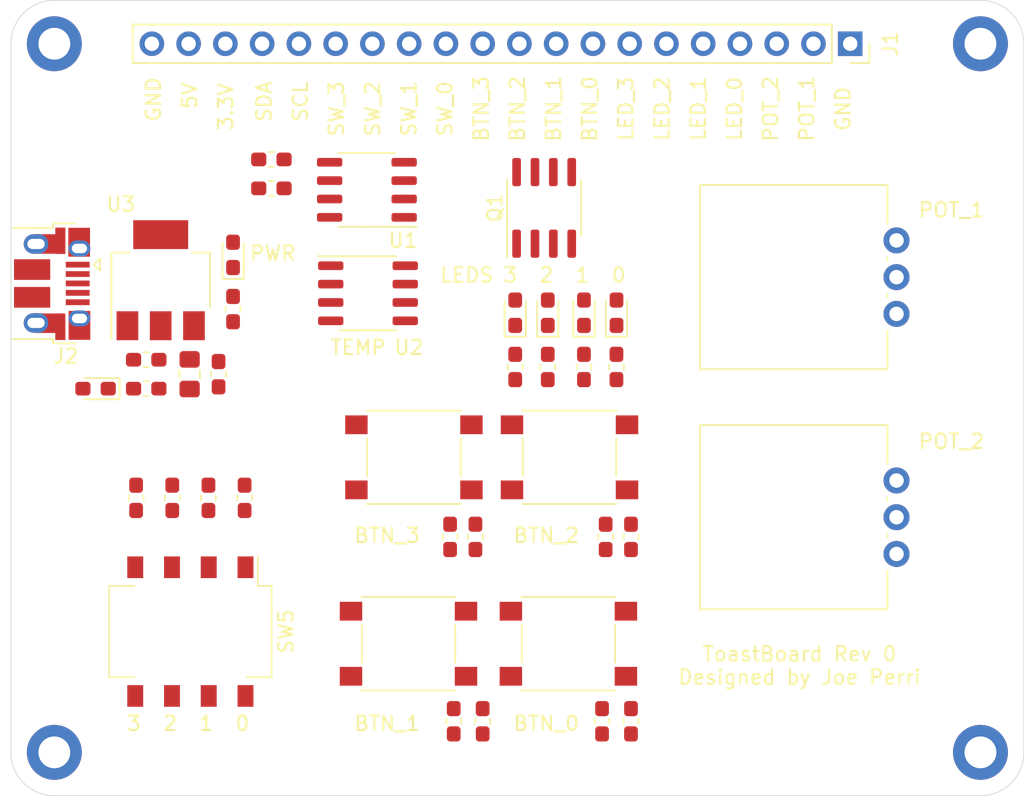
<source format=kicad_pcb>
(kicad_pcb (version 20171130) (host pcbnew 5.1.6-c6e7f7d~86~ubuntu18.04.1)

  (general
    (thickness 1.6)
    (drawings 43)
    (tracks 0)
    (zones 0)
    (modules 46)
    (nets 34)
  )

  (page A4)
  (layers
    (0 F.Cu signal)
    (31 B.Cu signal)
    (32 B.Adhes user)
    (33 F.Adhes user)
    (34 B.Paste user)
    (35 F.Paste user)
    (36 B.SilkS user)
    (37 F.SilkS user)
    (38 B.Mask user)
    (39 F.Mask user)
    (40 Dwgs.User user)
    (41 Cmts.User user)
    (42 Eco1.User user)
    (43 Eco2.User user)
    (44 Edge.Cuts user)
    (45 Margin user)
    (46 B.CrtYd user)
    (47 F.CrtYd user)
    (48 B.Fab user)
    (49 F.Fab user hide)
  )

  (setup
    (last_trace_width 0.4)
    (user_trace_width 0.4)
    (trace_clearance 0.2)
    (zone_clearance 0.508)
    (zone_45_only no)
    (trace_min 0.2)
    (via_size 0.8)
    (via_drill 0.4)
    (via_min_size 0.4)
    (via_min_drill 0.3)
    (uvia_size 0.3)
    (uvia_drill 0.1)
    (uvias_allowed no)
    (uvia_min_size 0.2)
    (uvia_min_drill 0.1)
    (edge_width 0.05)
    (segment_width 0.2)
    (pcb_text_width 0.3)
    (pcb_text_size 1.5 1.5)
    (mod_edge_width 0.12)
    (mod_text_size 1 1)
    (mod_text_width 0.15)
    (pad_size 1.524 1.524)
    (pad_drill 0.762)
    (pad_to_mask_clearance 0.05)
    (aux_axis_origin 0 0)
    (visible_elements FFFFFF7F)
    (pcbplotparams
      (layerselection 0x010fc_ffffffff)
      (usegerberextensions false)
      (usegerberattributes true)
      (usegerberadvancedattributes true)
      (creategerberjobfile true)
      (excludeedgelayer true)
      (linewidth 0.100000)
      (plotframeref false)
      (viasonmask false)
      (mode 1)
      (useauxorigin false)
      (hpglpennumber 1)
      (hpglpenspeed 20)
      (hpglpendiameter 15.000000)
      (psnegative false)
      (psa4output false)
      (plotreference true)
      (plotvalue true)
      (plotinvisibletext false)
      (padsonsilk false)
      (subtractmaskfromsilk false)
      (outputformat 1)
      (mirror false)
      (drillshape 1)
      (scaleselection 1)
      (outputdirectory ""))
  )

  (net 0 "")
  (net 1 GND)
  (net 2 +5V)
  (net 3 +3V3)
  (net 4 /BTN_0)
  (net 5 /BTN_1)
  (net 6 /BTN_2)
  (net 7 /BTN_3)
  (net 8 "Net-(D1-Pad1)")
  (net 9 "Net-(D1-Pad2)")
  (net 10 "Net-(D2-Pad1)")
  (net 11 "Net-(D2-Pad2)")
  (net 12 "Net-(D3-Pad1)")
  (net 13 "Net-(D3-Pad2)")
  (net 14 "Net-(D4-Pad1)")
  (net 15 /LED_1)
  (net 16 /LED_0)
  (net 17 "Net-(D5-Pad1)")
  (net 18 "Net-(D6-Pad1)")
  (net 19 "Net-(F1-Pad1)")
  (net 20 /SCL)
  (net 21 /SDA)
  (net 22 /LED_2)
  (net 23 /LED_3)
  (net 24 /SW_0)
  (net 25 /SW_1)
  (net 26 /SW_2)
  (net 27 /SW_3)
  (net 28 /POT_1)
  (net 29 /POT_2)
  (net 30 "Net-(J2-Pad2)")
  (net 31 "Net-(J2-Pad3)")
  (net 32 "Net-(J2-Pad4)")
  (net 33 "Net-(U2-Pad3)")

  (net_class Default "This is the default net class."
    (clearance 0.2)
    (trace_width 0.25)
    (via_dia 0.8)
    (via_drill 0.4)
    (uvia_dia 0.3)
    (uvia_drill 0.1)
    (add_net +3V3)
    (add_net +5V)
    (add_net /BTN_0)
    (add_net /BTN_1)
    (add_net /BTN_2)
    (add_net /BTN_3)
    (add_net /LED_0)
    (add_net /LED_1)
    (add_net /LED_2)
    (add_net /LED_3)
    (add_net /POT_1)
    (add_net /POT_2)
    (add_net /SCL)
    (add_net /SDA)
    (add_net /SW_0)
    (add_net /SW_1)
    (add_net /SW_2)
    (add_net /SW_3)
    (add_net GND)
    (add_net "Net-(D1-Pad1)")
    (add_net "Net-(D1-Pad2)")
    (add_net "Net-(D2-Pad1)")
    (add_net "Net-(D2-Pad2)")
    (add_net "Net-(D3-Pad1)")
    (add_net "Net-(D3-Pad2)")
    (add_net "Net-(D4-Pad1)")
    (add_net "Net-(D5-Pad1)")
    (add_net "Net-(D6-Pad1)")
    (add_net "Net-(F1-Pad1)")
    (add_net "Net-(J2-Pad2)")
    (add_net "Net-(J2-Pad3)")
    (add_net "Net-(J2-Pad4)")
    (add_net "Net-(U2-Pad3)")
  )

  (module Connector_USB:USB_Micro-B_Amphenol_10103594-0001LF_Horizontal (layer F.Cu) (tedit 5A1DC0BD) (tstamp 5EF2B998)
    (at 62.85 65.6 270)
    (descr "Micro USB Type B 10103594-0001LF, http://cdn.amphenol-icc.com/media/wysiwyg/files/drawing/10103594.pdf")
    (tags "USB USB_B USB_micro USB_OTG")
    (path /5F11DE42)
    (attr smd)
    (fp_text reference J2 (at 5 -0.95 180) (layer F.SilkS)
      (effects (font (size 1 1) (thickness 0.15)))
    )
    (fp_text value USB_B_Micro (at -0.025 4.435 90) (layer F.Fab)
      (effects (font (size 1 1) (thickness 0.15)))
    )
    (fp_text user %R (at -0.025 -0.015 90) (layer F.Fab)
      (effects (font (size 1 1) (thickness 0.15)))
    )
    (fp_text user "PCB edge" (at -0.025 2.235 90) (layer Dwgs.User)
      (effects (font (size 0.5 0.5) (thickness 0.075)))
    )
    (fp_line (start -4.175 -0.065) (end -4.175 -1.615) (layer F.SilkS) (width 0.12))
    (fp_line (start -4.175 -0.065) (end -3.875 -0.065) (layer F.SilkS) (width 0.12))
    (fp_line (start -3.875 2.735) (end -3.875 -0.065) (layer F.SilkS) (width 0.12))
    (fp_line (start 4.125 -0.065) (end 4.125 -1.615) (layer F.SilkS) (width 0.12))
    (fp_line (start 3.825 -0.065) (end 4.125 -0.065) (layer F.SilkS) (width 0.12))
    (fp_line (start 3.825 2.735) (end 3.825 -0.065) (layer F.SilkS) (width 0.12))
    (fp_line (start -0.925 -3.315) (end -1.325 -2.865) (layer F.SilkS) (width 0.12))
    (fp_line (start -1.725 -3.315) (end -0.925 -3.315) (layer F.SilkS) (width 0.12))
    (fp_line (start -1.325 -2.865) (end -1.725 -3.315) (layer F.SilkS) (width 0.12))
    (fp_line (start -3.775 -0.865) (end -2.975 -1.615) (layer F.Fab) (width 0.12))
    (fp_line (start 3.725 3.335) (end -3.775 3.335) (layer F.Fab) (width 0.12))
    (fp_line (start 3.725 -1.615) (end 3.725 3.335) (layer F.Fab) (width 0.12))
    (fp_line (start -2.975 -1.615) (end 3.725 -1.615) (layer F.Fab) (width 0.12))
    (fp_line (start -3.775 3.335) (end -3.775 -0.865) (layer F.Fab) (width 0.12))
    (fp_line (start -4.025 2.835) (end 3.975 2.835) (layer Dwgs.User) (width 0.1))
    (fp_line (start -4.13 -2.88) (end 4.14 -2.88) (layer F.CrtYd) (width 0.05))
    (fp_line (start -4.13 -2.88) (end -4.13 3.58) (layer F.CrtYd) (width 0.05))
    (fp_line (start 4.14 3.58) (end 4.14 -2.88) (layer F.CrtYd) (width 0.05))
    (fp_line (start 4.14 3.58) (end -4.13 3.58) (layer F.CrtYd) (width 0.05))
    (pad 6 smd rect (at 0.935 1.385) (size 2.5 1.43) (layers F.Cu F.Paste F.Mask)
      (net 1 GND))
    (pad 6 smd rect (at -0.985 1.385) (size 2.5 1.43) (layers F.Cu F.Paste F.Mask)
      (net 1 GND))
    (pad 6 thru_hole oval (at 2.705 1.115) (size 1.7 1.35) (drill oval 1.2 0.7) (layers *.Cu *.Mask)
      (net 1 GND))
    (pad 6 thru_hole oval (at -2.755 1.115) (size 1.7 1.35) (drill oval 1.2 0.7) (layers *.Cu *.Mask)
      (net 1 GND))
    (pad 6 thru_hole oval (at 2.395 -1.885) (size 1.5 1.1) (drill oval 1.05 0.65) (layers *.Cu *.Mask)
      (net 1 GND))
    (pad 6 thru_hole oval (at -2.445 -1.885) (size 1.5 1.1) (drill oval 1.05 0.65) (layers *.Cu *.Mask)
      (net 1 GND))
    (pad 5 smd rect (at 1.275 -1.765) (size 1.65 0.4) (layers F.Cu F.Paste F.Mask)
      (net 1 GND))
    (pad 4 smd rect (at 0.625 -1.765) (size 1.65 0.4) (layers F.Cu F.Paste F.Mask)
      (net 32 "Net-(J2-Pad4)"))
    (pad 3 smd rect (at -0.025 -1.765) (size 1.65 0.4) (layers F.Cu F.Paste F.Mask)
      (net 31 "Net-(J2-Pad3)"))
    (pad 2 smd rect (at -0.675 -1.765) (size 1.65 0.4) (layers F.Cu F.Paste F.Mask)
      (net 30 "Net-(J2-Pad2)"))
    (pad 1 smd rect (at -1.325 -1.765) (size 1.65 0.4) (layers F.Cu F.Paste F.Mask)
      (net 11 "Net-(D2-Pad2)"))
    (pad 6 smd rect (at 2.875 -1.885 270) (size 2 1.5) (layers F.Cu F.Paste F.Mask)
      (net 1 GND))
    (pad 6 smd rect (at -2.875 -1.865 270) (size 2 1.5) (layers F.Cu F.Paste F.Mask)
      (net 1 GND))
    (pad 6 smd rect (at 2.975 -0.565 270) (size 1.825 0.7) (layers F.Cu F.Paste F.Mask)
      (net 1 GND))
    (pad 6 smd rect (at -2.975 -0.565 270) (size 1.825 0.7) (layers F.Cu F.Paste F.Mask)
      (net 1 GND))
    (pad 6 smd rect (at -2.755 0.185 270) (size 1.35 2) (layers F.Cu F.Paste F.Mask)
      (net 1 GND))
    (pad 6 smd rect (at 2.725 0.185 270) (size 1.35 2) (layers F.Cu F.Paste F.Mask)
      (net 1 GND))
    (model ${KISYS3DMOD}/Connector_USB.3dshapes/USB_Micro-B_Amphenol_10103594-0001LF_Horizontal.wrl
      (at (xyz 0 0 0))
      (scale (xyz 1 1 1))
      (rotate (xyz 0 0 0))
    )
  )

  (module Capacitor_SMD:C_0603_1608Metric_Pad1.05x0.95mm_HandSolder (layer F.Cu) (tedit 5B301BBE) (tstamp 5EF2AC84)
    (at 74.35 71.85 270)
    (descr "Capacitor SMD 0603 (1608 Metric), square (rectangular) end terminal, IPC_7351 nominal with elongated pad for handsoldering. (Body size source: http://www.tortai-tech.com/upload/download/2011102023233369053.pdf), generated with kicad-footprint-generator")
    (tags "capacitor handsolder")
    (path /5F1D7061)
    (attr smd)
    (fp_text reference C1 (at 0.25 1 90) (layer F.Fab)
      (effects (font (size 1 1) (thickness 0.15)))
    )
    (fp_text value 10u (at 0 1.43 90) (layer F.Fab)
      (effects (font (size 1 1) (thickness 0.15)))
    )
    (fp_line (start 1.65 0.73) (end -1.65 0.73) (layer F.CrtYd) (width 0.05))
    (fp_line (start 1.65 -0.73) (end 1.65 0.73) (layer F.CrtYd) (width 0.05))
    (fp_line (start -1.65 -0.73) (end 1.65 -0.73) (layer F.CrtYd) (width 0.05))
    (fp_line (start -1.65 0.73) (end -1.65 -0.73) (layer F.CrtYd) (width 0.05))
    (fp_line (start -0.171267 0.51) (end 0.171267 0.51) (layer F.SilkS) (width 0.12))
    (fp_line (start -0.171267 -0.51) (end 0.171267 -0.51) (layer F.SilkS) (width 0.12))
    (fp_line (start 0.8 0.4) (end -0.8 0.4) (layer F.Fab) (width 0.1))
    (fp_line (start 0.8 -0.4) (end 0.8 0.4) (layer F.Fab) (width 0.1))
    (fp_line (start -0.8 -0.4) (end 0.8 -0.4) (layer F.Fab) (width 0.1))
    (fp_line (start -0.8 0.4) (end -0.8 -0.4) (layer F.Fab) (width 0.1))
    (fp_text user %R (at 0 0 90) (layer F.Fab)
      (effects (font (size 0.4 0.4) (thickness 0.06)))
    )
    (pad 2 smd roundrect (at 0.875 0 270) (size 1.05 0.95) (layers F.Cu F.Paste F.Mask) (roundrect_rratio 0.25)
      (net 1 GND))
    (pad 1 smd roundrect (at -0.875 0 270) (size 1.05 0.95) (layers F.Cu F.Paste F.Mask) (roundrect_rratio 0.25)
      (net 2 +5V))
    (model ${KISYS3DMOD}/Capacitor_SMD.3dshapes/C_0603_1608Metric.wrl
      (at (xyz 0 0 0))
      (scale (xyz 1 1 1))
      (rotate (xyz 0 0 0))
    )
  )

  (module Capacitor_SMD:C_0603_1608Metric_Pad1.05x0.95mm_HandSolder (layer F.Cu) (tedit 5B301BBE) (tstamp 5EF2AC95)
    (at 69.35 70.85 180)
    (descr "Capacitor SMD 0603 (1608 Metric), square (rectangular) end terminal, IPC_7351 nominal with elongated pad for handsoldering. (Body size source: http://www.tortai-tech.com/upload/download/2011102023233369053.pdf), generated with kicad-footprint-generator")
    (tags "capacitor handsolder")
    (path /5F1D968B)
    (attr smd)
    (fp_text reference C2 (at 2 0) (layer F.Fab)
      (effects (font (size 1 1) (thickness 0.15)))
    )
    (fp_text value 10u (at 0 1.43) (layer F.Fab)
      (effects (font (size 1 1) (thickness 0.15)))
    )
    (fp_line (start -0.8 0.4) (end -0.8 -0.4) (layer F.Fab) (width 0.1))
    (fp_line (start -0.8 -0.4) (end 0.8 -0.4) (layer F.Fab) (width 0.1))
    (fp_line (start 0.8 -0.4) (end 0.8 0.4) (layer F.Fab) (width 0.1))
    (fp_line (start 0.8 0.4) (end -0.8 0.4) (layer F.Fab) (width 0.1))
    (fp_line (start -0.171267 -0.51) (end 0.171267 -0.51) (layer F.SilkS) (width 0.12))
    (fp_line (start -0.171267 0.51) (end 0.171267 0.51) (layer F.SilkS) (width 0.12))
    (fp_line (start -1.65 0.73) (end -1.65 -0.73) (layer F.CrtYd) (width 0.05))
    (fp_line (start -1.65 -0.73) (end 1.65 -0.73) (layer F.CrtYd) (width 0.05))
    (fp_line (start 1.65 -0.73) (end 1.65 0.73) (layer F.CrtYd) (width 0.05))
    (fp_line (start 1.65 0.73) (end -1.65 0.73) (layer F.CrtYd) (width 0.05))
    (fp_text user %R (at 0 0) (layer F.Fab)
      (effects (font (size 0.4 0.4) (thickness 0.06)))
    )
    (pad 1 smd roundrect (at -0.875 0 180) (size 1.05 0.95) (layers F.Cu F.Paste F.Mask) (roundrect_rratio 0.25)
      (net 3 +3V3))
    (pad 2 smd roundrect (at 0.875 0 180) (size 1.05 0.95) (layers F.Cu F.Paste F.Mask) (roundrect_rratio 0.25)
      (net 1 GND))
    (model ${KISYS3DMOD}/Capacitor_SMD.3dshapes/C_0603_1608Metric.wrl
      (at (xyz 0 0 0))
      (scale (xyz 1 1 1))
      (rotate (xyz 0 0 0))
    )
  )

  (module Capacitor_SMD:C_0603_1608Metric_Pad1.05x0.95mm_HandSolder (layer F.Cu) (tedit 5B301BBE) (tstamp 5EF2ACA6)
    (at 102.85 95.85 270)
    (descr "Capacitor SMD 0603 (1608 Metric), square (rectangular) end terminal, IPC_7351 nominal with elongated pad for handsoldering. (Body size source: http://www.tortai-tech.com/upload/download/2011102023233369053.pdf), generated with kicad-footprint-generator")
    (tags "capacitor handsolder")
    (path /5EF38EB4)
    (attr smd)
    (fp_text reference C3 (at 0 -1.43 90) (layer F.Fab)
      (effects (font (size 1 1) (thickness 0.15)))
    )
    (fp_text value 100n (at 0 1.43 90) (layer F.Fab)
      (effects (font (size 1 1) (thickness 0.15)))
    )
    (fp_line (start 1.65 0.73) (end -1.65 0.73) (layer F.CrtYd) (width 0.05))
    (fp_line (start 1.65 -0.73) (end 1.65 0.73) (layer F.CrtYd) (width 0.05))
    (fp_line (start -1.65 -0.73) (end 1.65 -0.73) (layer F.CrtYd) (width 0.05))
    (fp_line (start -1.65 0.73) (end -1.65 -0.73) (layer F.CrtYd) (width 0.05))
    (fp_line (start -0.171267 0.51) (end 0.171267 0.51) (layer F.SilkS) (width 0.12))
    (fp_line (start -0.171267 -0.51) (end 0.171267 -0.51) (layer F.SilkS) (width 0.12))
    (fp_line (start 0.8 0.4) (end -0.8 0.4) (layer F.Fab) (width 0.1))
    (fp_line (start 0.8 -0.4) (end 0.8 0.4) (layer F.Fab) (width 0.1))
    (fp_line (start -0.8 -0.4) (end 0.8 -0.4) (layer F.Fab) (width 0.1))
    (fp_line (start -0.8 0.4) (end -0.8 -0.4) (layer F.Fab) (width 0.1))
    (fp_text user %R (at 0 0 90) (layer F.Fab)
      (effects (font (size 0.4 0.4) (thickness 0.06)))
    )
    (pad 2 smd roundrect (at 0.875 0 270) (size 1.05 0.95) (layers F.Cu F.Paste F.Mask) (roundrect_rratio 0.25)
      (net 1 GND))
    (pad 1 smd roundrect (at -0.875 0 270) (size 1.05 0.95) (layers F.Cu F.Paste F.Mask) (roundrect_rratio 0.25)
      (net 4 /BTN_0))
    (model ${KISYS3DMOD}/Capacitor_SMD.3dshapes/C_0603_1608Metric.wrl
      (at (xyz 0 0 0))
      (scale (xyz 1 1 1))
      (rotate (xyz 0 0 0))
    )
  )

  (module Capacitor_SMD:C_0603_1608Metric_Pad1.05x0.95mm_HandSolder (layer F.Cu) (tedit 5B301BBE) (tstamp 5EF2ACB7)
    (at 92.6 95.85 270)
    (descr "Capacitor SMD 0603 (1608 Metric), square (rectangular) end terminal, IPC_7351 nominal with elongated pad for handsoldering. (Body size source: http://www.tortai-tech.com/upload/download/2011102023233369053.pdf), generated with kicad-footprint-generator")
    (tags "capacitor handsolder")
    (path /5EF673A2)
    (attr smd)
    (fp_text reference C4 (at -0.25 -1.5 90) (layer F.Fab)
      (effects (font (size 1 1) (thickness 0.15)))
    )
    (fp_text value 100n (at 0 1.43 90) (layer F.Fab)
      (effects (font (size 1 1) (thickness 0.15)))
    )
    (fp_line (start -0.8 0.4) (end -0.8 -0.4) (layer F.Fab) (width 0.1))
    (fp_line (start -0.8 -0.4) (end 0.8 -0.4) (layer F.Fab) (width 0.1))
    (fp_line (start 0.8 -0.4) (end 0.8 0.4) (layer F.Fab) (width 0.1))
    (fp_line (start 0.8 0.4) (end -0.8 0.4) (layer F.Fab) (width 0.1))
    (fp_line (start -0.171267 -0.51) (end 0.171267 -0.51) (layer F.SilkS) (width 0.12))
    (fp_line (start -0.171267 0.51) (end 0.171267 0.51) (layer F.SilkS) (width 0.12))
    (fp_line (start -1.65 0.73) (end -1.65 -0.73) (layer F.CrtYd) (width 0.05))
    (fp_line (start -1.65 -0.73) (end 1.65 -0.73) (layer F.CrtYd) (width 0.05))
    (fp_line (start 1.65 -0.73) (end 1.65 0.73) (layer F.CrtYd) (width 0.05))
    (fp_line (start 1.65 0.73) (end -1.65 0.73) (layer F.CrtYd) (width 0.05))
    (fp_text user %R (at 0 0 90) (layer F.Fab)
      (effects (font (size 0.4 0.4) (thickness 0.06)))
    )
    (pad 1 smd roundrect (at -0.875 0 270) (size 1.05 0.95) (layers F.Cu F.Paste F.Mask) (roundrect_rratio 0.25)
      (net 5 /BTN_1))
    (pad 2 smd roundrect (at 0.875 0 270) (size 1.05 0.95) (layers F.Cu F.Paste F.Mask) (roundrect_rratio 0.25)
      (net 1 GND))
    (model ${KISYS3DMOD}/Capacitor_SMD.3dshapes/C_0603_1608Metric.wrl
      (at (xyz 0 0 0))
      (scale (xyz 1 1 1))
      (rotate (xyz 0 0 0))
    )
  )

  (module Capacitor_SMD:C_0603_1608Metric_Pad1.05x0.95mm_HandSolder (layer F.Cu) (tedit 5B301BBE) (tstamp 5EF2ACC8)
    (at 102.85 83.1 270)
    (descr "Capacitor SMD 0603 (1608 Metric), square (rectangular) end terminal, IPC_7351 nominal with elongated pad for handsoldering. (Body size source: http://www.tortai-tech.com/upload/download/2011102023233369053.pdf), generated with kicad-footprint-generator")
    (tags "capacitor handsolder")
    (path /5EF685AD)
    (attr smd)
    (fp_text reference C5 (at 0 -1.15 90) (layer F.Fab)
      (effects (font (size 1 1) (thickness 0.15)))
    )
    (fp_text value 100n (at 0 1.43 90) (layer F.Fab)
      (effects (font (size 1 1) (thickness 0.15)))
    )
    (fp_line (start -0.8 0.4) (end -0.8 -0.4) (layer F.Fab) (width 0.1))
    (fp_line (start -0.8 -0.4) (end 0.8 -0.4) (layer F.Fab) (width 0.1))
    (fp_line (start 0.8 -0.4) (end 0.8 0.4) (layer F.Fab) (width 0.1))
    (fp_line (start 0.8 0.4) (end -0.8 0.4) (layer F.Fab) (width 0.1))
    (fp_line (start -0.171267 -0.51) (end 0.171267 -0.51) (layer F.SilkS) (width 0.12))
    (fp_line (start -0.171267 0.51) (end 0.171267 0.51) (layer F.SilkS) (width 0.12))
    (fp_line (start -1.65 0.73) (end -1.65 -0.73) (layer F.CrtYd) (width 0.05))
    (fp_line (start -1.65 -0.73) (end 1.65 -0.73) (layer F.CrtYd) (width 0.05))
    (fp_line (start 1.65 -0.73) (end 1.65 0.73) (layer F.CrtYd) (width 0.05))
    (fp_line (start 1.65 0.73) (end -1.65 0.73) (layer F.CrtYd) (width 0.05))
    (fp_text user %R (at 0 0 90) (layer F.Fab)
      (effects (font (size 0.4 0.4) (thickness 0.06)))
    )
    (pad 1 smd roundrect (at -0.875 0 270) (size 1.05 0.95) (layers F.Cu F.Paste F.Mask) (roundrect_rratio 0.25)
      (net 6 /BTN_2))
    (pad 2 smd roundrect (at 0.875 0 270) (size 1.05 0.95) (layers F.Cu F.Paste F.Mask) (roundrect_rratio 0.25)
      (net 1 GND))
    (model ${KISYS3DMOD}/Capacitor_SMD.3dshapes/C_0603_1608Metric.wrl
      (at (xyz 0 0 0))
      (scale (xyz 1 1 1))
      (rotate (xyz 0 0 0))
    )
  )

  (module Capacitor_SMD:C_0603_1608Metric_Pad1.05x0.95mm_HandSolder (layer F.Cu) (tedit 5B301BBE) (tstamp 5EF2ACD9)
    (at 92.1 83.1 270)
    (descr "Capacitor SMD 0603 (1608 Metric), square (rectangular) end terminal, IPC_7351 nominal with elongated pad for handsoldering. (Body size source: http://www.tortai-tech.com/upload/download/2011102023233369053.pdf), generated with kicad-footprint-generator")
    (tags "capacitor handsolder")
    (path /5EF69447)
    (attr smd)
    (fp_text reference C6 (at 0 -1.43 90) (layer F.Fab)
      (effects (font (size 1 1) (thickness 0.15)))
    )
    (fp_text value 100n (at 0 1.43 90) (layer F.Fab)
      (effects (font (size 1 1) (thickness 0.15)))
    )
    (fp_line (start 1.65 0.73) (end -1.65 0.73) (layer F.CrtYd) (width 0.05))
    (fp_line (start 1.65 -0.73) (end 1.65 0.73) (layer F.CrtYd) (width 0.05))
    (fp_line (start -1.65 -0.73) (end 1.65 -0.73) (layer F.CrtYd) (width 0.05))
    (fp_line (start -1.65 0.73) (end -1.65 -0.73) (layer F.CrtYd) (width 0.05))
    (fp_line (start -0.171267 0.51) (end 0.171267 0.51) (layer F.SilkS) (width 0.12))
    (fp_line (start -0.171267 -0.51) (end 0.171267 -0.51) (layer F.SilkS) (width 0.12))
    (fp_line (start 0.8 0.4) (end -0.8 0.4) (layer F.Fab) (width 0.1))
    (fp_line (start 0.8 -0.4) (end 0.8 0.4) (layer F.Fab) (width 0.1))
    (fp_line (start -0.8 -0.4) (end 0.8 -0.4) (layer F.Fab) (width 0.1))
    (fp_line (start -0.8 0.4) (end -0.8 -0.4) (layer F.Fab) (width 0.1))
    (fp_text user %R (at 0 0 90) (layer F.Fab)
      (effects (font (size 0.4 0.4) (thickness 0.06)))
    )
    (pad 2 smd roundrect (at 0.875 0 270) (size 1.05 0.95) (layers F.Cu F.Paste F.Mask) (roundrect_rratio 0.25)
      (net 1 GND))
    (pad 1 smd roundrect (at -0.875 0 270) (size 1.05 0.95) (layers F.Cu F.Paste F.Mask) (roundrect_rratio 0.25)
      (net 7 /BTN_3))
    (model ${KISYS3DMOD}/Capacitor_SMD.3dshapes/C_0603_1608Metric.wrl
      (at (xyz 0 0 0))
      (scale (xyz 1 1 1))
      (rotate (xyz 0 0 0))
    )
  )

  (module LED_SMD:LED_0603_1608Metric_Pad1.05x0.95mm_HandSolder (layer F.Cu) (tedit 5B4B45C9) (tstamp 5EF2ACEC)
    (at 94.85 67.6 90)
    (descr "LED SMD 0603 (1608 Metric), square (rectangular) end terminal, IPC_7351 nominal, (Body size source: http://www.tortai-tech.com/upload/download/2011102023233369053.pdf), generated with kicad-footprint-generator")
    (tags "LED handsolder")
    (path /5EF35E4C)
    (attr smd)
    (fp_text reference D1 (at -0.25 -1.75 90) (layer F.Fab)
      (effects (font (size 1 1) (thickness 0.15)))
    )
    (fp_text value LED (at 0 1.43 90) (layer F.Fab)
      (effects (font (size 1 1) (thickness 0.15)))
    )
    (fp_line (start 0.8 -0.4) (end -0.5 -0.4) (layer F.Fab) (width 0.1))
    (fp_line (start -0.5 -0.4) (end -0.8 -0.1) (layer F.Fab) (width 0.1))
    (fp_line (start -0.8 -0.1) (end -0.8 0.4) (layer F.Fab) (width 0.1))
    (fp_line (start -0.8 0.4) (end 0.8 0.4) (layer F.Fab) (width 0.1))
    (fp_line (start 0.8 0.4) (end 0.8 -0.4) (layer F.Fab) (width 0.1))
    (fp_line (start 0.8 -0.735) (end -1.66 -0.735) (layer F.SilkS) (width 0.12))
    (fp_line (start -1.66 -0.735) (end -1.66 0.735) (layer F.SilkS) (width 0.12))
    (fp_line (start -1.66 0.735) (end 0.8 0.735) (layer F.SilkS) (width 0.12))
    (fp_line (start -1.65 0.73) (end -1.65 -0.73) (layer F.CrtYd) (width 0.05))
    (fp_line (start -1.65 -0.73) (end 1.65 -0.73) (layer F.CrtYd) (width 0.05))
    (fp_line (start 1.65 -0.73) (end 1.65 0.73) (layer F.CrtYd) (width 0.05))
    (fp_line (start 1.65 0.73) (end -1.65 0.73) (layer F.CrtYd) (width 0.05))
    (fp_text user %R (at 0 0 90) (layer F.Fab)
      (effects (font (size 0.4 0.4) (thickness 0.06)))
    )
    (pad 1 smd roundrect (at -0.875 0 90) (size 1.05 0.95) (layers F.Cu F.Paste F.Mask) (roundrect_rratio 0.25)
      (net 8 "Net-(D1-Pad1)"))
    (pad 2 smd roundrect (at 0.875 0 90) (size 1.05 0.95) (layers F.Cu F.Paste F.Mask) (roundrect_rratio 0.25)
      (net 9 "Net-(D1-Pad2)"))
    (model ${KISYS3DMOD}/LED_SMD.3dshapes/LED_0603_1608Metric.wrl
      (at (xyz 0 0 0))
      (scale (xyz 1 1 1))
      (rotate (xyz 0 0 0))
    )
  )

  (module Diode_SMD:D_0603_1608Metric_Pad1.05x0.95mm_HandSolder (layer F.Cu) (tedit 5B4B45C8) (tstamp 5EF2ACFF)
    (at 65.85 72.85 180)
    (descr "Diode SMD 0603 (1608 Metric), square (rectangular) end terminal, IPC_7351 nominal, (Body size source: http://www.tortai-tech.com/upload/download/2011102023233369053.pdf), generated with kicad-footprint-generator")
    (tags "diode handsolder")
    (path /5F1E6BB4)
    (attr smd)
    (fp_text reference D2 (at 0 -1.43) (layer F.Fab)
      (effects (font (size 1 1) (thickness 0.15)))
    )
    (fp_text value D_Schottky (at 0 1.43) (layer F.Fab)
      (effects (font (size 1 1) (thickness 0.15)))
    )
    (fp_line (start 0.8 -0.4) (end -0.5 -0.4) (layer F.Fab) (width 0.1))
    (fp_line (start -0.5 -0.4) (end -0.8 -0.1) (layer F.Fab) (width 0.1))
    (fp_line (start -0.8 -0.1) (end -0.8 0.4) (layer F.Fab) (width 0.1))
    (fp_line (start -0.8 0.4) (end 0.8 0.4) (layer F.Fab) (width 0.1))
    (fp_line (start 0.8 0.4) (end 0.8 -0.4) (layer F.Fab) (width 0.1))
    (fp_line (start 0.8 -0.735) (end -1.66 -0.735) (layer F.SilkS) (width 0.12))
    (fp_line (start -1.66 -0.735) (end -1.66 0.735) (layer F.SilkS) (width 0.12))
    (fp_line (start -1.66 0.735) (end 0.8 0.735) (layer F.SilkS) (width 0.12))
    (fp_line (start -1.65 0.73) (end -1.65 -0.73) (layer F.CrtYd) (width 0.05))
    (fp_line (start -1.65 -0.73) (end 1.65 -0.73) (layer F.CrtYd) (width 0.05))
    (fp_line (start 1.65 -0.73) (end 1.65 0.73) (layer F.CrtYd) (width 0.05))
    (fp_line (start 1.65 0.73) (end -1.65 0.73) (layer F.CrtYd) (width 0.05))
    (fp_text user %R (at 0 0) (layer F.Fab)
      (effects (font (size 0.4 0.4) (thickness 0.06)))
    )
    (pad 1 smd roundrect (at -0.875 0 180) (size 1.05 0.95) (layers F.Cu F.Paste F.Mask) (roundrect_rratio 0.25)
      (net 10 "Net-(D2-Pad1)"))
    (pad 2 smd roundrect (at 0.875 0 180) (size 1.05 0.95) (layers F.Cu F.Paste F.Mask) (roundrect_rratio 0.25)
      (net 11 "Net-(D2-Pad2)"))
    (model ${KISYS3DMOD}/Diode_SMD.3dshapes/D_0603_1608Metric.wrl
      (at (xyz 0 0 0))
      (scale (xyz 1 1 1))
      (rotate (xyz 0 0 0))
    )
  )

  (module LED_SMD:LED_0603_1608Metric_Pad1.05x0.95mm_HandSolder (layer F.Cu) (tedit 5B4B45C9) (tstamp 5EF2AD12)
    (at 97.1 67.6 90)
    (descr "LED SMD 0603 (1608 Metric), square (rectangular) end terminal, IPC_7351 nominal, (Body size source: http://www.tortai-tech.com/upload/download/2011102023233369053.pdf), generated with kicad-footprint-generator")
    (tags "LED handsolder")
    (path /5EF3360E)
    (attr smd)
    (fp_text reference D3 (at 0 -1.75 90) (layer F.Fab)
      (effects (font (size 1 1) (thickness 0.15)))
    )
    (fp_text value LED (at 0 1.43 90) (layer F.Fab)
      (effects (font (size 1 1) (thickness 0.15)))
    )
    (fp_line (start 0.8 -0.4) (end -0.5 -0.4) (layer F.Fab) (width 0.1))
    (fp_line (start -0.5 -0.4) (end -0.8 -0.1) (layer F.Fab) (width 0.1))
    (fp_line (start -0.8 -0.1) (end -0.8 0.4) (layer F.Fab) (width 0.1))
    (fp_line (start -0.8 0.4) (end 0.8 0.4) (layer F.Fab) (width 0.1))
    (fp_line (start 0.8 0.4) (end 0.8 -0.4) (layer F.Fab) (width 0.1))
    (fp_line (start 0.8 -0.735) (end -1.66 -0.735) (layer F.SilkS) (width 0.12))
    (fp_line (start -1.66 -0.735) (end -1.66 0.735) (layer F.SilkS) (width 0.12))
    (fp_line (start -1.66 0.735) (end 0.8 0.735) (layer F.SilkS) (width 0.12))
    (fp_line (start -1.65 0.73) (end -1.65 -0.73) (layer F.CrtYd) (width 0.05))
    (fp_line (start -1.65 -0.73) (end 1.65 -0.73) (layer F.CrtYd) (width 0.05))
    (fp_line (start 1.65 -0.73) (end 1.65 0.73) (layer F.CrtYd) (width 0.05))
    (fp_line (start 1.65 0.73) (end -1.65 0.73) (layer F.CrtYd) (width 0.05))
    (fp_text user %R (at 0 0 90) (layer F.Fab)
      (effects (font (size 0.4 0.4) (thickness 0.06)))
    )
    (pad 1 smd roundrect (at -0.875 0 90) (size 1.05 0.95) (layers F.Cu F.Paste F.Mask) (roundrect_rratio 0.25)
      (net 12 "Net-(D3-Pad1)"))
    (pad 2 smd roundrect (at 0.875 0 90) (size 1.05 0.95) (layers F.Cu F.Paste F.Mask) (roundrect_rratio 0.25)
      (net 13 "Net-(D3-Pad2)"))
    (model ${KISYS3DMOD}/LED_SMD.3dshapes/LED_0603_1608Metric.wrl
      (at (xyz 0 0 0))
      (scale (xyz 1 1 1))
      (rotate (xyz 0 0 0))
    )
  )

  (module LED_SMD:LED_0603_1608Metric_Pad1.05x0.95mm_HandSolder (layer F.Cu) (tedit 5B4B45C9) (tstamp 5EF2AD25)
    (at 99.6 67.6 90)
    (descr "LED SMD 0603 (1608 Metric), square (rectangular) end terminal, IPC_7351 nominal, (Body size source: http://www.tortai-tech.com/upload/download/2011102023233369053.pdf), generated with kicad-footprint-generator")
    (tags "LED handsolder")
    (path /5EF12E9E)
    (attr smd)
    (fp_text reference D4 (at 0 -1.75 90) (layer F.Fab)
      (effects (font (size 1 1) (thickness 0.15)))
    )
    (fp_text value LED (at 0 1.43 90) (layer F.Fab)
      (effects (font (size 1 1) (thickness 0.15)))
    )
    (fp_line (start 0.8 -0.4) (end -0.5 -0.4) (layer F.Fab) (width 0.1))
    (fp_line (start -0.5 -0.4) (end -0.8 -0.1) (layer F.Fab) (width 0.1))
    (fp_line (start -0.8 -0.1) (end -0.8 0.4) (layer F.Fab) (width 0.1))
    (fp_line (start -0.8 0.4) (end 0.8 0.4) (layer F.Fab) (width 0.1))
    (fp_line (start 0.8 0.4) (end 0.8 -0.4) (layer F.Fab) (width 0.1))
    (fp_line (start 0.8 -0.735) (end -1.66 -0.735) (layer F.SilkS) (width 0.12))
    (fp_line (start -1.66 -0.735) (end -1.66 0.735) (layer F.SilkS) (width 0.12))
    (fp_line (start -1.66 0.735) (end 0.8 0.735) (layer F.SilkS) (width 0.12))
    (fp_line (start -1.65 0.73) (end -1.65 -0.73) (layer F.CrtYd) (width 0.05))
    (fp_line (start -1.65 -0.73) (end 1.65 -0.73) (layer F.CrtYd) (width 0.05))
    (fp_line (start 1.65 -0.73) (end 1.65 0.73) (layer F.CrtYd) (width 0.05))
    (fp_line (start 1.65 0.73) (end -1.65 0.73) (layer F.CrtYd) (width 0.05))
    (fp_text user %R (at 0 0 90) (layer F.Fab)
      (effects (font (size 0.4 0.4) (thickness 0.06)))
    )
    (pad 1 smd roundrect (at -0.875 0 90) (size 1.05 0.95) (layers F.Cu F.Paste F.Mask) (roundrect_rratio 0.25)
      (net 14 "Net-(D4-Pad1)"))
    (pad 2 smd roundrect (at 0.875 0 90) (size 1.05 0.95) (layers F.Cu F.Paste F.Mask) (roundrect_rratio 0.25)
      (net 15 /LED_1))
    (model ${KISYS3DMOD}/LED_SMD.3dshapes/LED_0603_1608Metric.wrl
      (at (xyz 0 0 0))
      (scale (xyz 1 1 1))
      (rotate (xyz 0 0 0))
    )
  )

  (module LED_SMD:LED_0603_1608Metric_Pad1.05x0.95mm_HandSolder (layer F.Cu) (tedit 5B4B45C9) (tstamp 5EF2AD38)
    (at 101.85 67.6 90)
    (descr "LED SMD 0603 (1608 Metric), square (rectangular) end terminal, IPC_7351 nominal, (Body size source: http://www.tortai-tech.com/upload/download/2011102023233369053.pdf), generated with kicad-footprint-generator")
    (tags "LED handsolder")
    (path /5EF315A3)
    (attr smd)
    (fp_text reference D5 (at 0 1.75 90) (layer F.Fab)
      (effects (font (size 1 1) (thickness 0.15)))
    )
    (fp_text value LED (at 0 1.43 90) (layer F.Fab)
      (effects (font (size 1 1) (thickness 0.15)))
    )
    (fp_line (start 1.65 0.73) (end -1.65 0.73) (layer F.CrtYd) (width 0.05))
    (fp_line (start 1.65 -0.73) (end 1.65 0.73) (layer F.CrtYd) (width 0.05))
    (fp_line (start -1.65 -0.73) (end 1.65 -0.73) (layer F.CrtYd) (width 0.05))
    (fp_line (start -1.65 0.73) (end -1.65 -0.73) (layer F.CrtYd) (width 0.05))
    (fp_line (start -1.66 0.735) (end 0.8 0.735) (layer F.SilkS) (width 0.12))
    (fp_line (start -1.66 -0.735) (end -1.66 0.735) (layer F.SilkS) (width 0.12))
    (fp_line (start 0.8 -0.735) (end -1.66 -0.735) (layer F.SilkS) (width 0.12))
    (fp_line (start 0.8 0.4) (end 0.8 -0.4) (layer F.Fab) (width 0.1))
    (fp_line (start -0.8 0.4) (end 0.8 0.4) (layer F.Fab) (width 0.1))
    (fp_line (start -0.8 -0.1) (end -0.8 0.4) (layer F.Fab) (width 0.1))
    (fp_line (start -0.5 -0.4) (end -0.8 -0.1) (layer F.Fab) (width 0.1))
    (fp_line (start 0.8 -0.4) (end -0.5 -0.4) (layer F.Fab) (width 0.1))
    (fp_text user %R (at 0 0 90) (layer F.Fab)
      (effects (font (size 0.4 0.4) (thickness 0.06)))
    )
    (pad 2 smd roundrect (at 0.875 0 90) (size 1.05 0.95) (layers F.Cu F.Paste F.Mask) (roundrect_rratio 0.25)
      (net 16 /LED_0))
    (pad 1 smd roundrect (at -0.875 0 90) (size 1.05 0.95) (layers F.Cu F.Paste F.Mask) (roundrect_rratio 0.25)
      (net 17 "Net-(D5-Pad1)"))
    (model ${KISYS3DMOD}/LED_SMD.3dshapes/LED_0603_1608Metric.wrl
      (at (xyz 0 0 0))
      (scale (xyz 1 1 1))
      (rotate (xyz 0 0 0))
    )
  )

  (module LED_SMD:LED_0603_1608Metric_Pad1.05x0.95mm_HandSolder (layer F.Cu) (tedit 5B4B45C9) (tstamp 5EF2AD4B)
    (at 75.35 63.6 90)
    (descr "LED SMD 0603 (1608 Metric), square (rectangular) end terminal, IPC_7351 nominal, (Body size source: http://www.tortai-tech.com/upload/download/2011102023233369053.pdf), generated with kicad-footprint-generator")
    (tags "LED handsolder")
    (path /5F261D91)
    (attr smd)
    (fp_text reference D6 (at -0.25 -1.5 90) (layer F.Fab)
      (effects (font (size 1 1) (thickness 0.15)))
    )
    (fp_text value LED (at 0 1.43 90) (layer F.Fab)
      (effects (font (size 1 1) (thickness 0.15)))
    )
    (fp_line (start 1.65 0.73) (end -1.65 0.73) (layer F.CrtYd) (width 0.05))
    (fp_line (start 1.65 -0.73) (end 1.65 0.73) (layer F.CrtYd) (width 0.05))
    (fp_line (start -1.65 -0.73) (end 1.65 -0.73) (layer F.CrtYd) (width 0.05))
    (fp_line (start -1.65 0.73) (end -1.65 -0.73) (layer F.CrtYd) (width 0.05))
    (fp_line (start -1.66 0.735) (end 0.8 0.735) (layer F.SilkS) (width 0.12))
    (fp_line (start -1.66 -0.735) (end -1.66 0.735) (layer F.SilkS) (width 0.12))
    (fp_line (start 0.8 -0.735) (end -1.66 -0.735) (layer F.SilkS) (width 0.12))
    (fp_line (start 0.8 0.4) (end 0.8 -0.4) (layer F.Fab) (width 0.1))
    (fp_line (start -0.8 0.4) (end 0.8 0.4) (layer F.Fab) (width 0.1))
    (fp_line (start -0.8 -0.1) (end -0.8 0.4) (layer F.Fab) (width 0.1))
    (fp_line (start -0.5 -0.4) (end -0.8 -0.1) (layer F.Fab) (width 0.1))
    (fp_line (start 0.8 -0.4) (end -0.5 -0.4) (layer F.Fab) (width 0.1))
    (fp_text user %R (at 0 0 90) (layer F.Fab)
      (effects (font (size 0.4 0.4) (thickness 0.06)))
    )
    (pad 2 smd roundrect (at 0.875 0 90) (size 1.05 0.95) (layers F.Cu F.Paste F.Mask) (roundrect_rratio 0.25)
      (net 3 +3V3))
    (pad 1 smd roundrect (at -0.875 0 90) (size 1.05 0.95) (layers F.Cu F.Paste F.Mask) (roundrect_rratio 0.25)
      (net 18 "Net-(D6-Pad1)"))
    (model ${KISYS3DMOD}/LED_SMD.3dshapes/LED_0603_1608Metric.wrl
      (at (xyz 0 0 0))
      (scale (xyz 1 1 1))
      (rotate (xyz 0 0 0))
    )
  )

  (module Fuse:Fuse_0603_1608Metric_Pad1.05x0.95mm_HandSolder (layer F.Cu) (tedit 5B301BBE) (tstamp 5EF2AD5C)
    (at 69.35 72.85 180)
    (descr "Fuse SMD 0603 (1608 Metric), square (rectangular) end terminal, IPC_7351 nominal with elongated pad for handsoldering. (Body size source: http://www.tortai-tech.com/upload/download/2011102023233369053.pdf), generated with kicad-footprint-generator")
    (tags "resistor handsolder")
    (path /5F12BFEA)
    (attr smd)
    (fp_text reference F1 (at 0 1.75) (layer F.Fab)
      (effects (font (size 1 1) (thickness 0.15)))
    )
    (fp_text value 1A (at 0 1.43) (layer F.Fab)
      (effects (font (size 1 1) (thickness 0.15)))
    )
    (fp_line (start -0.8 0.4) (end -0.8 -0.4) (layer F.Fab) (width 0.1))
    (fp_line (start -0.8 -0.4) (end 0.8 -0.4) (layer F.Fab) (width 0.1))
    (fp_line (start 0.8 -0.4) (end 0.8 0.4) (layer F.Fab) (width 0.1))
    (fp_line (start 0.8 0.4) (end -0.8 0.4) (layer F.Fab) (width 0.1))
    (fp_line (start -0.171267 -0.51) (end 0.171267 -0.51) (layer F.SilkS) (width 0.12))
    (fp_line (start -0.171267 0.51) (end 0.171267 0.51) (layer F.SilkS) (width 0.12))
    (fp_line (start -1.65 0.73) (end -1.65 -0.73) (layer F.CrtYd) (width 0.05))
    (fp_line (start -1.65 -0.73) (end 1.65 -0.73) (layer F.CrtYd) (width 0.05))
    (fp_line (start 1.65 -0.73) (end 1.65 0.73) (layer F.CrtYd) (width 0.05))
    (fp_line (start 1.65 0.73) (end -1.65 0.73) (layer F.CrtYd) (width 0.05))
    (fp_text user %R (at 0 0) (layer F.Fab)
      (effects (font (size 0.4 0.4) (thickness 0.06)))
    )
    (pad 1 smd roundrect (at -0.875 0 180) (size 1.05 0.95) (layers F.Cu F.Paste F.Mask) (roundrect_rratio 0.25)
      (net 19 "Net-(F1-Pad1)"))
    (pad 2 smd roundrect (at 0.875 0 180) (size 1.05 0.95) (layers F.Cu F.Paste F.Mask) (roundrect_rratio 0.25)
      (net 10 "Net-(D2-Pad1)"))
    (model ${KISYS3DMOD}/Fuse.3dshapes/Fuse_0603_1608Metric.wrl
      (at (xyz 0 0 0))
      (scale (xyz 1 1 1))
      (rotate (xyz 0 0 0))
    )
  )

  (module Inductor_SMD:L_0805_2012Metric_Pad1.15x1.40mm_HandSolder (layer F.Cu) (tedit 5B36C52B) (tstamp 5EF2AD6D)
    (at 72.35 71.85 270)
    (descr "Capacitor SMD 0805 (2012 Metric), square (rectangular) end terminal, IPC_7351 nominal with elongated pad for handsoldering. (Body size source: https://docs.google.com/spreadsheets/d/1BsfQQcO9C6DZCsRaXUlFlo91Tg2WpOkGARC1WS5S8t0/edit?usp=sharing), generated with kicad-footprint-generator")
    (tags "inductor handsolder")
    (path /5F12C9A3)
    (attr smd)
    (fp_text reference FB1 (at 0 2 90) (layer F.Fab)
      (effects (font (size 1 1) (thickness 0.15)))
    )
    (fp_text value Ferrite_Bead (at 0 1.65 90) (layer F.Fab)
      (effects (font (size 1 1) (thickness 0.15)))
    )
    (fp_line (start -1 0.6) (end -1 -0.6) (layer F.Fab) (width 0.1))
    (fp_line (start -1 -0.6) (end 1 -0.6) (layer F.Fab) (width 0.1))
    (fp_line (start 1 -0.6) (end 1 0.6) (layer F.Fab) (width 0.1))
    (fp_line (start 1 0.6) (end -1 0.6) (layer F.Fab) (width 0.1))
    (fp_line (start -0.261252 -0.71) (end 0.261252 -0.71) (layer F.SilkS) (width 0.12))
    (fp_line (start -0.261252 0.71) (end 0.261252 0.71) (layer F.SilkS) (width 0.12))
    (fp_line (start -1.85 0.95) (end -1.85 -0.95) (layer F.CrtYd) (width 0.05))
    (fp_line (start -1.85 -0.95) (end 1.85 -0.95) (layer F.CrtYd) (width 0.05))
    (fp_line (start 1.85 -0.95) (end 1.85 0.95) (layer F.CrtYd) (width 0.05))
    (fp_line (start 1.85 0.95) (end -1.85 0.95) (layer F.CrtYd) (width 0.05))
    (fp_text user %R (at 0 0 90) (layer F.Fab)
      (effects (font (size 0.5 0.5) (thickness 0.08)))
    )
    (pad 1 smd roundrect (at -1.025 0 270) (size 1.15 1.4) (layers F.Cu F.Paste F.Mask) (roundrect_rratio 0.217391)
      (net 2 +5V))
    (pad 2 smd roundrect (at 1.025 0 270) (size 1.15 1.4) (layers F.Cu F.Paste F.Mask) (roundrect_rratio 0.217391)
      (net 19 "Net-(F1-Pad1)"))
    (model ${KISYS3DMOD}/Inductor_SMD.3dshapes/L_0805_2012Metric.wrl
      (at (xyz 0 0 0))
      (scale (xyz 1 1 1))
      (rotate (xyz 0 0 0))
    )
  )

  (module MountingHole:MountingHole_2.2mm_M2_DIN965_Pad (layer F.Cu) (tedit 56D1B4CB) (tstamp 5EF33ABE)
    (at 63 49)
    (descr "Mounting Hole 2.2mm, M2, DIN965")
    (tags "mounting hole 2.2mm m2 din965")
    (path /5EF1C492)
    (attr virtual)
    (fp_text reference H1 (at 0 -2.9) (layer F.Fab)
      (effects (font (size 1 1) (thickness 0.15)))
    )
    (fp_text value Pad (at 0 2.9) (layer F.Fab)
      (effects (font (size 1 1) (thickness 0.15)))
    )
    (fp_circle (center 0 0) (end 2.15 0) (layer F.CrtYd) (width 0.05))
    (fp_circle (center 0 0) (end 1.9 0) (layer Cmts.User) (width 0.15))
    (fp_text user %R (at 0.3 0) (layer F.Fab)
      (effects (font (size 1 1) (thickness 0.15)))
    )
    (pad 1 thru_hole circle (at 0 0) (size 3.8 3.8) (drill 2.2) (layers *.Cu *.Mask)
      (net 1 GND))
  )

  (module MountingHole:MountingHole_2.2mm_M2_DIN965_Pad (layer F.Cu) (tedit 56D1B4CB) (tstamp 5EF2AD7D)
    (at 127 98)
    (descr "Mounting Hole 2.2mm, M2, DIN965")
    (tags "mounting hole 2.2mm m2 din965")
    (path /5EF1C9EF)
    (attr virtual)
    (fp_text reference H2 (at 0 -2.9) (layer F.Fab)
      (effects (font (size 1 1) (thickness 0.15)))
    )
    (fp_text value Pad (at 0 2.9) (layer F.Fab)
      (effects (font (size 1 1) (thickness 0.15)))
    )
    (fp_circle (center 0 0) (end 1.9 0) (layer Cmts.User) (width 0.15))
    (fp_circle (center 0 0) (end 2.15 0) (layer F.CrtYd) (width 0.05))
    (fp_text user %R (at 0.3 0) (layer F.Fab)
      (effects (font (size 1 1) (thickness 0.15)))
    )
    (pad 1 thru_hole circle (at 0 0) (size 3.8 3.8) (drill 2.2) (layers *.Cu *.Mask)
      (net 1 GND))
  )

  (module MountingHole:MountingHole_2.2mm_M2_DIN965_Pad (layer F.Cu) (tedit 56D1B4CB) (tstamp 5EF3447C)
    (at 127 49)
    (descr "Mounting Hole 2.2mm, M2, DIN965")
    (tags "mounting hole 2.2mm m2 din965")
    (path /5EF1B5B3)
    (attr virtual)
    (fp_text reference H3 (at 0 -2.9) (layer F.Fab)
      (effects (font (size 1 1) (thickness 0.15)))
    )
    (fp_text value Pad (at 0 2.9) (layer F.Fab)
      (effects (font (size 1 1) (thickness 0.15)))
    )
    (fp_circle (center 0 0) (end 1.9 0) (layer Cmts.User) (width 0.15))
    (fp_circle (center 0 0) (end 2.15 0) (layer F.CrtYd) (width 0.05))
    (fp_text user %R (at 0.3 0) (layer F.Fab)
      (effects (font (size 1 1) (thickness 0.15)))
    )
    (pad 1 thru_hole circle (at 0 0) (size 3.8 3.8) (drill 2.2) (layers *.Cu *.Mask)
      (net 1 GND))
  )

  (module MountingHole:MountingHole_2.2mm_M2_DIN965_Pad (layer F.Cu) (tedit 56D1B4CB) (tstamp 5EF2AD8D)
    (at 63 98)
    (descr "Mounting Hole 2.2mm, M2, DIN965")
    (tags "mounting hole 2.2mm m2 din965")
    (path /5EF1D14A)
    (attr virtual)
    (fp_text reference H4 (at 0 -2.9) (layer F.Fab)
      (effects (font (size 1 1) (thickness 0.15)))
    )
    (fp_text value Pad (at 0 2.9) (layer F.Fab)
      (effects (font (size 1 1) (thickness 0.15)))
    )
    (fp_circle (center 0 0) (end 2.15 0) (layer F.CrtYd) (width 0.05))
    (fp_circle (center 0 0) (end 1.9 0) (layer Cmts.User) (width 0.15))
    (fp_text user %R (at 0.3 0) (layer F.Fab)
      (effects (font (size 1 1) (thickness 0.15)))
    )
    (pad 1 thru_hole circle (at 0 0) (size 3.8 3.8) (drill 2.2) (layers *.Cu *.Mask)
      (net 1 GND))
  )

  (module Connector_PinSocket_2.54mm:PinSocket_1x20_P2.54mm_Vertical (layer F.Cu) (tedit 5A19A41E) (tstamp 5EF343BC)
    (at 118 49 270)
    (descr "Through hole straight socket strip, 1x20, 2.54mm pitch, single row (from Kicad 4.0.7), script generated")
    (tags "Through hole socket strip THT 1x20 2.54mm single row")
    (path /5EF50C81)
    (fp_text reference J1 (at 0 -2.77 90) (layer F.SilkS)
      (effects (font (size 1 1) (thickness 0.15)))
    )
    (fp_text value Conn_01x20_Female (at 0 51.03 90) (layer F.Fab)
      (effects (font (size 1 1) (thickness 0.15)))
    )
    (fp_line (start -1.27 -1.27) (end 0.635 -1.27) (layer F.Fab) (width 0.1))
    (fp_line (start 0.635 -1.27) (end 1.27 -0.635) (layer F.Fab) (width 0.1))
    (fp_line (start 1.27 -0.635) (end 1.27 49.53) (layer F.Fab) (width 0.1))
    (fp_line (start 1.27 49.53) (end -1.27 49.53) (layer F.Fab) (width 0.1))
    (fp_line (start -1.27 49.53) (end -1.27 -1.27) (layer F.Fab) (width 0.1))
    (fp_line (start -1.33 1.27) (end 1.33 1.27) (layer F.SilkS) (width 0.12))
    (fp_line (start -1.33 1.27) (end -1.33 49.59) (layer F.SilkS) (width 0.12))
    (fp_line (start -1.33 49.59) (end 1.33 49.59) (layer F.SilkS) (width 0.12))
    (fp_line (start 1.33 1.27) (end 1.33 49.59) (layer F.SilkS) (width 0.12))
    (fp_line (start 1.33 -1.33) (end 1.33 0) (layer F.SilkS) (width 0.12))
    (fp_line (start 0 -1.33) (end 1.33 -1.33) (layer F.SilkS) (width 0.12))
    (fp_line (start -1.8 -1.8) (end 1.75 -1.8) (layer F.CrtYd) (width 0.05))
    (fp_line (start 1.75 -1.8) (end 1.75 50) (layer F.CrtYd) (width 0.05))
    (fp_line (start 1.75 50) (end -1.8 50) (layer F.CrtYd) (width 0.05))
    (fp_line (start -1.8 50) (end -1.8 -1.8) (layer F.CrtYd) (width 0.05))
    (fp_text user %R (at 0 24.13) (layer F.Fab)
      (effects (font (size 1 1) (thickness 0.15)))
    )
    (pad 1 thru_hole rect (at 0 0 270) (size 1.7 1.7) (drill 1) (layers *.Cu *.Mask)
      (net 1 GND))
    (pad 2 thru_hole oval (at 0 2.54 270) (size 1.7 1.7) (drill 1) (layers *.Cu *.Mask)
      (net 28 /POT_1))
    (pad 3 thru_hole oval (at 0 5.08 270) (size 1.7 1.7) (drill 1) (layers *.Cu *.Mask)
      (net 29 /POT_2))
    (pad 4 thru_hole oval (at 0 7.62 270) (size 1.7 1.7) (drill 1) (layers *.Cu *.Mask)
      (net 16 /LED_0))
    (pad 5 thru_hole oval (at 0 10.16 270) (size 1.7 1.7) (drill 1) (layers *.Cu *.Mask)
      (net 15 /LED_1))
    (pad 6 thru_hole oval (at 0 12.7 270) (size 1.7 1.7) (drill 1) (layers *.Cu *.Mask)
      (net 22 /LED_2))
    (pad 7 thru_hole oval (at 0 15.24 270) (size 1.7 1.7) (drill 1) (layers *.Cu *.Mask)
      (net 23 /LED_3))
    (pad 8 thru_hole oval (at 0 17.78 270) (size 1.7 1.7) (drill 1) (layers *.Cu *.Mask)
      (net 4 /BTN_0))
    (pad 9 thru_hole oval (at 0 20.32 270) (size 1.7 1.7) (drill 1) (layers *.Cu *.Mask)
      (net 5 /BTN_1))
    (pad 10 thru_hole oval (at 0 22.86 270) (size 1.7 1.7) (drill 1) (layers *.Cu *.Mask)
      (net 6 /BTN_2))
    (pad 11 thru_hole oval (at 0 25.4 270) (size 1.7 1.7) (drill 1) (layers *.Cu *.Mask)
      (net 7 /BTN_3))
    (pad 12 thru_hole oval (at 0 27.94 270) (size 1.7 1.7) (drill 1) (layers *.Cu *.Mask)
      (net 24 /SW_0))
    (pad 13 thru_hole oval (at 0 30.48 270) (size 1.7 1.7) (drill 1) (layers *.Cu *.Mask)
      (net 25 /SW_1))
    (pad 14 thru_hole oval (at 0 33.02 270) (size 1.7 1.7) (drill 1) (layers *.Cu *.Mask)
      (net 26 /SW_2))
    (pad 15 thru_hole oval (at 0 35.56 270) (size 1.7 1.7) (drill 1) (layers *.Cu *.Mask)
      (net 27 /SW_3))
    (pad 16 thru_hole oval (at 0 38.1 270) (size 1.7 1.7) (drill 1) (layers *.Cu *.Mask)
      (net 20 /SCL))
    (pad 17 thru_hole oval (at 0 40.64 270) (size 1.7 1.7) (drill 1) (layers *.Cu *.Mask)
      (net 21 /SDA))
    (pad 18 thru_hole oval (at 0 43.18 270) (size 1.7 1.7) (drill 1) (layers *.Cu *.Mask)
      (net 3 +3V3))
    (pad 19 thru_hole oval (at 0 45.72 270) (size 1.7 1.7) (drill 1) (layers *.Cu *.Mask)
      (net 2 +5V))
    (pad 20 thru_hole oval (at 0 48.26 270) (size 1.7 1.7) (drill 1) (layers *.Cu *.Mask)
      (net 1 GND))
    (model ${KISYS3DMOD}/Connector_PinSocket_2.54mm.3dshapes/PinSocket_1x20_P2.54mm_Vertical.wrl
      (at (xyz 0 0 0))
      (scale (xyz 1 1 1))
      (rotate (xyz 0 0 0))
    )
  )

  (module Package_SO:SOIC-8_3.9x4.9mm_P1.27mm (layer F.Cu) (tedit 5D9F72B1) (tstamp 5EF2ADFE)
    (at 96.85 60.35 90)
    (descr "SOIC, 8 Pin (JEDEC MS-012AA, https://www.analog.com/media/en/package-pcb-resources/package/pkg_pdf/soic_narrow-r/r_8.pdf), generated with kicad-footprint-generator ipc_gullwing_generator.py")
    (tags "SOIC SO")
    (path /5EF4A76B)
    (attr smd)
    (fp_text reference Q1 (at 0 -3.4 90) (layer F.SilkS)
      (effects (font (size 1 1) (thickness 0.15)))
    )
    (fp_text value FDS6892A (at 0 3.4 90) (layer F.Fab)
      (effects (font (size 1 1) (thickness 0.15)))
    )
    (fp_line (start 0 2.56) (end 1.95 2.56) (layer F.SilkS) (width 0.12))
    (fp_line (start 0 2.56) (end -1.95 2.56) (layer F.SilkS) (width 0.12))
    (fp_line (start 0 -2.56) (end 1.95 -2.56) (layer F.SilkS) (width 0.12))
    (fp_line (start 0 -2.56) (end -3.45 -2.56) (layer F.SilkS) (width 0.12))
    (fp_line (start -0.975 -2.45) (end 1.95 -2.45) (layer F.Fab) (width 0.1))
    (fp_line (start 1.95 -2.45) (end 1.95 2.45) (layer F.Fab) (width 0.1))
    (fp_line (start 1.95 2.45) (end -1.95 2.45) (layer F.Fab) (width 0.1))
    (fp_line (start -1.95 2.45) (end -1.95 -1.475) (layer F.Fab) (width 0.1))
    (fp_line (start -1.95 -1.475) (end -0.975 -2.45) (layer F.Fab) (width 0.1))
    (fp_line (start -3.7 -2.7) (end -3.7 2.7) (layer F.CrtYd) (width 0.05))
    (fp_line (start -3.7 2.7) (end 3.7 2.7) (layer F.CrtYd) (width 0.05))
    (fp_line (start 3.7 2.7) (end 3.7 -2.7) (layer F.CrtYd) (width 0.05))
    (fp_line (start 3.7 -2.7) (end -3.7 -2.7) (layer F.CrtYd) (width 0.05))
    (fp_text user %R (at 0 0 90) (layer F.Fab)
      (effects (font (size 0.98 0.98) (thickness 0.15)))
    )
    (pad 1 smd roundrect (at -2.475 -1.905 90) (size 1.95 0.6) (layers F.Cu F.Paste F.Mask) (roundrect_rratio 0.25)
      (net 9 "Net-(D1-Pad2)"))
    (pad 2 smd roundrect (at -2.475 -0.635 90) (size 1.95 0.6) (layers F.Cu F.Paste F.Mask) (roundrect_rratio 0.25)
      (net 23 /LED_3))
    (pad 3 smd roundrect (at -2.475 0.635 90) (size 1.95 0.6) (layers F.Cu F.Paste F.Mask) (roundrect_rratio 0.25)
      (net 13 "Net-(D3-Pad2)"))
    (pad 4 smd roundrect (at -2.475 1.905 90) (size 1.95 0.6) (layers F.Cu F.Paste F.Mask) (roundrect_rratio 0.25)
      (net 22 /LED_2))
    (pad 5 smd roundrect (at 2.475 1.905 90) (size 1.95 0.6) (layers F.Cu F.Paste F.Mask) (roundrect_rratio 0.25)
      (net 3 +3V3))
    (pad 6 smd roundrect (at 2.475 0.635 90) (size 1.95 0.6) (layers F.Cu F.Paste F.Mask) (roundrect_rratio 0.25)
      (net 3 +3V3))
    (pad 7 smd roundrect (at 2.475 -0.635 90) (size 1.95 0.6) (layers F.Cu F.Paste F.Mask) (roundrect_rratio 0.25)
      (net 3 +3V3))
    (pad 8 smd roundrect (at 2.475 -1.905 90) (size 1.95 0.6) (layers F.Cu F.Paste F.Mask) (roundrect_rratio 0.25)
      (net 3 +3V3))
    (model ${KISYS3DMOD}/Package_SO.3dshapes/SOIC-8_3.9x4.9mm_P1.27mm.wrl
      (at (xyz 0 0 0))
      (scale (xyz 1 1 1))
      (rotate (xyz 0 0 0))
    )
  )

  (module Resistor_SMD:R_0603_1608Metric_Pad1.05x0.95mm_HandSolder (layer F.Cu) (tedit 5B301BBD) (tstamp 5EF2AE0F)
    (at 94.85 71.35 270)
    (descr "Resistor SMD 0603 (1608 Metric), square (rectangular) end terminal, IPC_7351 nominal with elongated pad for handsoldering. (Body size source: http://www.tortai-tech.com/upload/download/2011102023233369053.pdf), generated with kicad-footprint-generator")
    (tags "resistor handsolder")
    (path /5EF35E52)
    (attr smd)
    (fp_text reference R1 (at 0 1.5 90) (layer F.Fab)
      (effects (font (size 1 1) (thickness 0.15)))
    )
    (fp_text value 220 (at 0 1.43 90) (layer F.Fab)
      (effects (font (size 1 1) (thickness 0.15)))
    )
    (fp_line (start -0.8 0.4) (end -0.8 -0.4) (layer F.Fab) (width 0.1))
    (fp_line (start -0.8 -0.4) (end 0.8 -0.4) (layer F.Fab) (width 0.1))
    (fp_line (start 0.8 -0.4) (end 0.8 0.4) (layer F.Fab) (width 0.1))
    (fp_line (start 0.8 0.4) (end -0.8 0.4) (layer F.Fab) (width 0.1))
    (fp_line (start -0.171267 -0.51) (end 0.171267 -0.51) (layer F.SilkS) (width 0.12))
    (fp_line (start -0.171267 0.51) (end 0.171267 0.51) (layer F.SilkS) (width 0.12))
    (fp_line (start -1.65 0.73) (end -1.65 -0.73) (layer F.CrtYd) (width 0.05))
    (fp_line (start -1.65 -0.73) (end 1.65 -0.73) (layer F.CrtYd) (width 0.05))
    (fp_line (start 1.65 -0.73) (end 1.65 0.73) (layer F.CrtYd) (width 0.05))
    (fp_line (start 1.65 0.73) (end -1.65 0.73) (layer F.CrtYd) (width 0.05))
    (fp_text user %R (at 0 0 90) (layer F.Fab)
      (effects (font (size 0.4 0.4) (thickness 0.06)))
    )
    (pad 1 smd roundrect (at -0.875 0 270) (size 1.05 0.95) (layers F.Cu F.Paste F.Mask) (roundrect_rratio 0.25)
      (net 8 "Net-(D1-Pad1)"))
    (pad 2 smd roundrect (at 0.875 0 270) (size 1.05 0.95) (layers F.Cu F.Paste F.Mask) (roundrect_rratio 0.25)
      (net 1 GND))
    (model ${KISYS3DMOD}/Resistor_SMD.3dshapes/R_0603_1608Metric.wrl
      (at (xyz 0 0 0))
      (scale (xyz 1 1 1))
      (rotate (xyz 0 0 0))
    )
  )

  (module Resistor_SMD:R_0603_1608Metric_Pad1.05x0.95mm_HandSolder (layer F.Cu) (tedit 5B301BBD) (tstamp 5EF2AE20)
    (at 97.1 71.35 270)
    (descr "Resistor SMD 0603 (1608 Metric), square (rectangular) end terminal, IPC_7351 nominal with elongated pad for handsoldering. (Body size source: http://www.tortai-tech.com/upload/download/2011102023233369053.pdf), generated with kicad-footprint-generator")
    (tags "resistor handsolder")
    (path /5EF33614)
    (attr smd)
    (fp_text reference R2 (at -0.25 1.75 90) (layer F.Fab)
      (effects (font (size 1 1) (thickness 0.15)))
    )
    (fp_text value 220 (at 0 1.43 90) (layer F.Fab)
      (effects (font (size 1 1) (thickness 0.15)))
    )
    (fp_line (start -0.8 0.4) (end -0.8 -0.4) (layer F.Fab) (width 0.1))
    (fp_line (start -0.8 -0.4) (end 0.8 -0.4) (layer F.Fab) (width 0.1))
    (fp_line (start 0.8 -0.4) (end 0.8 0.4) (layer F.Fab) (width 0.1))
    (fp_line (start 0.8 0.4) (end -0.8 0.4) (layer F.Fab) (width 0.1))
    (fp_line (start -0.171267 -0.51) (end 0.171267 -0.51) (layer F.SilkS) (width 0.12))
    (fp_line (start -0.171267 0.51) (end 0.171267 0.51) (layer F.SilkS) (width 0.12))
    (fp_line (start -1.65 0.73) (end -1.65 -0.73) (layer F.CrtYd) (width 0.05))
    (fp_line (start -1.65 -0.73) (end 1.65 -0.73) (layer F.CrtYd) (width 0.05))
    (fp_line (start 1.65 -0.73) (end 1.65 0.73) (layer F.CrtYd) (width 0.05))
    (fp_line (start 1.65 0.73) (end -1.65 0.73) (layer F.CrtYd) (width 0.05))
    (fp_text user %R (at 0 0 90) (layer F.Fab)
      (effects (font (size 0.4 0.4) (thickness 0.06)))
    )
    (pad 1 smd roundrect (at -0.875 0 270) (size 1.05 0.95) (layers F.Cu F.Paste F.Mask) (roundrect_rratio 0.25)
      (net 12 "Net-(D3-Pad1)"))
    (pad 2 smd roundrect (at 0.875 0 270) (size 1.05 0.95) (layers F.Cu F.Paste F.Mask) (roundrect_rratio 0.25)
      (net 1 GND))
    (model ${KISYS3DMOD}/Resistor_SMD.3dshapes/R_0603_1608Metric.wrl
      (at (xyz 0 0 0))
      (scale (xyz 1 1 1))
      (rotate (xyz 0 0 0))
    )
  )

  (module Resistor_SMD:R_0603_1608Metric_Pad1.05x0.95mm_HandSolder (layer F.Cu) (tedit 5B301BBD) (tstamp 5EF2AE31)
    (at 99.6 71.35 270)
    (descr "Resistor SMD 0603 (1608 Metric), square (rectangular) end terminal, IPC_7351 nominal with elongated pad for handsoldering. (Body size source: http://www.tortai-tech.com/upload/download/2011102023233369053.pdf), generated with kicad-footprint-generator")
    (tags "resistor handsolder")
    (path /5EF157E7)
    (attr smd)
    (fp_text reference R3 (at -0.25 1.75 90) (layer F.Fab)
      (effects (font (size 1 1) (thickness 0.15)))
    )
    (fp_text value 220 (at 0 1.43 90) (layer F.Fab)
      (effects (font (size 1 1) (thickness 0.15)))
    )
    (fp_line (start -0.8 0.4) (end -0.8 -0.4) (layer F.Fab) (width 0.1))
    (fp_line (start -0.8 -0.4) (end 0.8 -0.4) (layer F.Fab) (width 0.1))
    (fp_line (start 0.8 -0.4) (end 0.8 0.4) (layer F.Fab) (width 0.1))
    (fp_line (start 0.8 0.4) (end -0.8 0.4) (layer F.Fab) (width 0.1))
    (fp_line (start -0.171267 -0.51) (end 0.171267 -0.51) (layer F.SilkS) (width 0.12))
    (fp_line (start -0.171267 0.51) (end 0.171267 0.51) (layer F.SilkS) (width 0.12))
    (fp_line (start -1.65 0.73) (end -1.65 -0.73) (layer F.CrtYd) (width 0.05))
    (fp_line (start -1.65 -0.73) (end 1.65 -0.73) (layer F.CrtYd) (width 0.05))
    (fp_line (start 1.65 -0.73) (end 1.65 0.73) (layer F.CrtYd) (width 0.05))
    (fp_line (start 1.65 0.73) (end -1.65 0.73) (layer F.CrtYd) (width 0.05))
    (fp_text user %R (at 0 0 90) (layer F.Fab)
      (effects (font (size 0.4 0.4) (thickness 0.06)))
    )
    (pad 1 smd roundrect (at -0.875 0 270) (size 1.05 0.95) (layers F.Cu F.Paste F.Mask) (roundrect_rratio 0.25)
      (net 14 "Net-(D4-Pad1)"))
    (pad 2 smd roundrect (at 0.875 0 270) (size 1.05 0.95) (layers F.Cu F.Paste F.Mask) (roundrect_rratio 0.25)
      (net 1 GND))
    (model ${KISYS3DMOD}/Resistor_SMD.3dshapes/R_0603_1608Metric.wrl
      (at (xyz 0 0 0))
      (scale (xyz 1 1 1))
      (rotate (xyz 0 0 0))
    )
  )

  (module Resistor_SMD:R_0603_1608Metric_Pad1.05x0.95mm_HandSolder (layer F.Cu) (tedit 5B301BBD) (tstamp 5EF2AE42)
    (at 101.844999 71.35 270)
    (descr "Resistor SMD 0603 (1608 Metric), square (rectangular) end terminal, IPC_7351 nominal with elongated pad for handsoldering. (Body size source: http://www.tortai-tech.com/upload/download/2011102023233369053.pdf), generated with kicad-footprint-generator")
    (tags "resistor handsolder")
    (path /5EF315A9)
    (attr smd)
    (fp_text reference R4 (at 0.25 -1.755001 90) (layer F.Fab)
      (effects (font (size 1 1) (thickness 0.15)))
    )
    (fp_text value 220 (at 0 1.43 90) (layer F.Fab)
      (effects (font (size 1 1) (thickness 0.15)))
    )
    (fp_line (start 1.65 0.73) (end -1.65 0.73) (layer F.CrtYd) (width 0.05))
    (fp_line (start 1.65 -0.73) (end 1.65 0.73) (layer F.CrtYd) (width 0.05))
    (fp_line (start -1.65 -0.73) (end 1.65 -0.73) (layer F.CrtYd) (width 0.05))
    (fp_line (start -1.65 0.73) (end -1.65 -0.73) (layer F.CrtYd) (width 0.05))
    (fp_line (start -0.171267 0.51) (end 0.171267 0.51) (layer F.SilkS) (width 0.12))
    (fp_line (start -0.171267 -0.51) (end 0.171267 -0.51) (layer F.SilkS) (width 0.12))
    (fp_line (start 0.8 0.4) (end -0.8 0.4) (layer F.Fab) (width 0.1))
    (fp_line (start 0.8 -0.4) (end 0.8 0.4) (layer F.Fab) (width 0.1))
    (fp_line (start -0.8 -0.4) (end 0.8 -0.4) (layer F.Fab) (width 0.1))
    (fp_line (start -0.8 0.4) (end -0.8 -0.4) (layer F.Fab) (width 0.1))
    (fp_text user %R (at 0 0 90) (layer F.Fab)
      (effects (font (size 0.4 0.4) (thickness 0.06)))
    )
    (pad 2 smd roundrect (at 0.875 0 270) (size 1.05 0.95) (layers F.Cu F.Paste F.Mask) (roundrect_rratio 0.25)
      (net 1 GND))
    (pad 1 smd roundrect (at -0.875 0 270) (size 1.05 0.95) (layers F.Cu F.Paste F.Mask) (roundrect_rratio 0.25)
      (net 17 "Net-(D5-Pad1)"))
    (model ${KISYS3DMOD}/Resistor_SMD.3dshapes/R_0603_1608Metric.wrl
      (at (xyz 0 0 0))
      (scale (xyz 1 1 1))
      (rotate (xyz 0 0 0))
    )
  )

  (module Resistor_SMD:R_0603_1608Metric_Pad1.05x0.95mm_HandSolder (layer F.Cu) (tedit 5B301BBD) (tstamp 5EF2AE53)
    (at 78 59)
    (descr "Resistor SMD 0603 (1608 Metric), square (rectangular) end terminal, IPC_7351 nominal with elongated pad for handsoldering. (Body size source: http://www.tortai-tech.com/upload/download/2011102023233369053.pdf), generated with kicad-footprint-generator")
    (tags "resistor handsolder")
    (path /5EFB99AB)
    (attr smd)
    (fp_text reference R5 (at 0 1.75) (layer F.Fab)
      (effects (font (size 1 1) (thickness 0.15)))
    )
    (fp_text value 10k (at 0 1.43) (layer F.Fab)
      (effects (font (size 1 1) (thickness 0.15)))
    )
    (fp_line (start -0.8 0.4) (end -0.8 -0.4) (layer F.Fab) (width 0.1))
    (fp_line (start -0.8 -0.4) (end 0.8 -0.4) (layer F.Fab) (width 0.1))
    (fp_line (start 0.8 -0.4) (end 0.8 0.4) (layer F.Fab) (width 0.1))
    (fp_line (start 0.8 0.4) (end -0.8 0.4) (layer F.Fab) (width 0.1))
    (fp_line (start -0.171267 -0.51) (end 0.171267 -0.51) (layer F.SilkS) (width 0.12))
    (fp_line (start -0.171267 0.51) (end 0.171267 0.51) (layer F.SilkS) (width 0.12))
    (fp_line (start -1.65 0.73) (end -1.65 -0.73) (layer F.CrtYd) (width 0.05))
    (fp_line (start -1.65 -0.73) (end 1.65 -0.73) (layer F.CrtYd) (width 0.05))
    (fp_line (start 1.65 -0.73) (end 1.65 0.73) (layer F.CrtYd) (width 0.05))
    (fp_line (start 1.65 0.73) (end -1.65 0.73) (layer F.CrtYd) (width 0.05))
    (fp_text user %R (at 0 0) (layer F.Fab)
      (effects (font (size 0.4 0.4) (thickness 0.06)))
    )
    (pad 1 smd roundrect (at -0.875 0) (size 1.05 0.95) (layers F.Cu F.Paste F.Mask) (roundrect_rratio 0.25)
      (net 3 +3V3))
    (pad 2 smd roundrect (at 0.875 0) (size 1.05 0.95) (layers F.Cu F.Paste F.Mask) (roundrect_rratio 0.25)
      (net 20 /SCL))
    (model ${KISYS3DMOD}/Resistor_SMD.3dshapes/R_0603_1608Metric.wrl
      (at (xyz 0 0 0))
      (scale (xyz 1 1 1))
      (rotate (xyz 0 0 0))
    )
  )

  (module Resistor_SMD:R_0603_1608Metric_Pad1.05x0.95mm_HandSolder (layer F.Cu) (tedit 5B301BBD) (tstamp 5EF2AE64)
    (at 78 57)
    (descr "Resistor SMD 0603 (1608 Metric), square (rectangular) end terminal, IPC_7351 nominal with elongated pad for handsoldering. (Body size source: http://www.tortai-tech.com/upload/download/2011102023233369053.pdf), generated with kicad-footprint-generator")
    (tags "resistor handsolder")
    (path /5EFB5147)
    (attr smd)
    (fp_text reference R6 (at 0 -1.43) (layer F.Fab)
      (effects (font (size 1 1) (thickness 0.15)))
    )
    (fp_text value 10k (at 0 1.43) (layer F.Fab)
      (effects (font (size 1 1) (thickness 0.15)))
    )
    (fp_line (start 1.65 0.73) (end -1.65 0.73) (layer F.CrtYd) (width 0.05))
    (fp_line (start 1.65 -0.73) (end 1.65 0.73) (layer F.CrtYd) (width 0.05))
    (fp_line (start -1.65 -0.73) (end 1.65 -0.73) (layer F.CrtYd) (width 0.05))
    (fp_line (start -1.65 0.73) (end -1.65 -0.73) (layer F.CrtYd) (width 0.05))
    (fp_line (start -0.171267 0.51) (end 0.171267 0.51) (layer F.SilkS) (width 0.12))
    (fp_line (start -0.171267 -0.51) (end 0.171267 -0.51) (layer F.SilkS) (width 0.12))
    (fp_line (start 0.8 0.4) (end -0.8 0.4) (layer F.Fab) (width 0.1))
    (fp_line (start 0.8 -0.4) (end 0.8 0.4) (layer F.Fab) (width 0.1))
    (fp_line (start -0.8 -0.4) (end 0.8 -0.4) (layer F.Fab) (width 0.1))
    (fp_line (start -0.8 0.4) (end -0.8 -0.4) (layer F.Fab) (width 0.1))
    (fp_text user %R (at 0 0) (layer F.Fab)
      (effects (font (size 0.4 0.4) (thickness 0.06)))
    )
    (pad 2 smd roundrect (at 0.875 0) (size 1.05 0.95) (layers F.Cu F.Paste F.Mask) (roundrect_rratio 0.25)
      (net 21 /SDA))
    (pad 1 smd roundrect (at -0.875 0) (size 1.05 0.95) (layers F.Cu F.Paste F.Mask) (roundrect_rratio 0.25)
      (net 3 +3V3))
    (model ${KISYS3DMOD}/Resistor_SMD.3dshapes/R_0603_1608Metric.wrl
      (at (xyz 0 0 0))
      (scale (xyz 1 1 1))
      (rotate (xyz 0 0 0))
    )
  )

  (module Resistor_SMD:R_0603_1608Metric_Pad1.05x0.95mm_HandSolder (layer F.Cu) (tedit 5B301BBD) (tstamp 5EF2AE75)
    (at 75.35 67.35 270)
    (descr "Resistor SMD 0603 (1608 Metric), square (rectangular) end terminal, IPC_7351 nominal with elongated pad for handsoldering. (Body size source: http://www.tortai-tech.com/upload/download/2011102023233369053.pdf), generated with kicad-footprint-generator")
    (tags "resistor handsolder")
    (path /5F262791)
    (attr smd)
    (fp_text reference R7 (at -0.125 -1.5 90) (layer F.Fab)
      (effects (font (size 1 1) (thickness 0.15)))
    )
    (fp_text value 220 (at 0 1.43 90) (layer F.Fab)
      (effects (font (size 1 1) (thickness 0.15)))
    )
    (fp_line (start -0.8 0.4) (end -0.8 -0.4) (layer F.Fab) (width 0.1))
    (fp_line (start -0.8 -0.4) (end 0.8 -0.4) (layer F.Fab) (width 0.1))
    (fp_line (start 0.8 -0.4) (end 0.8 0.4) (layer F.Fab) (width 0.1))
    (fp_line (start 0.8 0.4) (end -0.8 0.4) (layer F.Fab) (width 0.1))
    (fp_line (start -0.171267 -0.51) (end 0.171267 -0.51) (layer F.SilkS) (width 0.12))
    (fp_line (start -0.171267 0.51) (end 0.171267 0.51) (layer F.SilkS) (width 0.12))
    (fp_line (start -1.65 0.73) (end -1.65 -0.73) (layer F.CrtYd) (width 0.05))
    (fp_line (start -1.65 -0.73) (end 1.65 -0.73) (layer F.CrtYd) (width 0.05))
    (fp_line (start 1.65 -0.73) (end 1.65 0.73) (layer F.CrtYd) (width 0.05))
    (fp_line (start 1.65 0.73) (end -1.65 0.73) (layer F.CrtYd) (width 0.05))
    (fp_text user %R (at 0 0 90) (layer F.Fab)
      (effects (font (size 0.4 0.4) (thickness 0.06)))
    )
    (pad 1 smd roundrect (at -0.875 0 270) (size 1.05 0.95) (layers F.Cu F.Paste F.Mask) (roundrect_rratio 0.25)
      (net 18 "Net-(D6-Pad1)"))
    (pad 2 smd roundrect (at 0.875 0 270) (size 1.05 0.95) (layers F.Cu F.Paste F.Mask) (roundrect_rratio 0.25)
      (net 1 GND))
    (model ${KISYS3DMOD}/Resistor_SMD.3dshapes/R_0603_1608Metric.wrl
      (at (xyz 0 0 0))
      (scale (xyz 1 1 1))
      (rotate (xyz 0 0 0))
    )
  )

  (module Resistor_SMD:R_0603_1608Metric_Pad1.05x0.95mm_HandSolder (layer F.Cu) (tedit 5B301BBD) (tstamp 5EF2AE86)
    (at 100.85 95.85 270)
    (descr "Resistor SMD 0603 (1608 Metric), square (rectangular) end terminal, IPC_7351 nominal with elongated pad for handsoldering. (Body size source: http://www.tortai-tech.com/upload/download/2011102023233369053.pdf), generated with kicad-footprint-generator")
    (tags "resistor handsolder")
    (path /5EF207ED)
    (attr smd)
    (fp_text reference R8 (at 0 1.5 90) (layer F.Fab)
      (effects (font (size 1 1) (thickness 0.15)))
    )
    (fp_text value 10k (at 0 1.43 90) (layer F.Fab)
      (effects (font (size 1 1) (thickness 0.15)))
    )
    (fp_line (start 1.65 0.73) (end -1.65 0.73) (layer F.CrtYd) (width 0.05))
    (fp_line (start 1.65 -0.73) (end 1.65 0.73) (layer F.CrtYd) (width 0.05))
    (fp_line (start -1.65 -0.73) (end 1.65 -0.73) (layer F.CrtYd) (width 0.05))
    (fp_line (start -1.65 0.73) (end -1.65 -0.73) (layer F.CrtYd) (width 0.05))
    (fp_line (start -0.171267 0.51) (end 0.171267 0.51) (layer F.SilkS) (width 0.12))
    (fp_line (start -0.171267 -0.51) (end 0.171267 -0.51) (layer F.SilkS) (width 0.12))
    (fp_line (start 0.8 0.4) (end -0.8 0.4) (layer F.Fab) (width 0.1))
    (fp_line (start 0.8 -0.4) (end 0.8 0.4) (layer F.Fab) (width 0.1))
    (fp_line (start -0.8 -0.4) (end 0.8 -0.4) (layer F.Fab) (width 0.1))
    (fp_line (start -0.8 0.4) (end -0.8 -0.4) (layer F.Fab) (width 0.1))
    (fp_text user %R (at 0 0 90) (layer F.Fab)
      (effects (font (size 0.4 0.4) (thickness 0.06)))
    )
    (pad 2 smd roundrect (at 0.875 0 270) (size 1.05 0.95) (layers F.Cu F.Paste F.Mask) (roundrect_rratio 0.25)
      (net 1 GND))
    (pad 1 smd roundrect (at -0.875 0 270) (size 1.05 0.95) (layers F.Cu F.Paste F.Mask) (roundrect_rratio 0.25)
      (net 4 /BTN_0))
    (model ${KISYS3DMOD}/Resistor_SMD.3dshapes/R_0603_1608Metric.wrl
      (at (xyz 0 0 0))
      (scale (xyz 1 1 1))
      (rotate (xyz 0 0 0))
    )
  )

  (module Resistor_SMD:R_0603_1608Metric_Pad1.05x0.95mm_HandSolder (layer F.Cu) (tedit 5B301BBD) (tstamp 5EF2AE97)
    (at 90.6 95.85 270)
    (descr "Resistor SMD 0603 (1608 Metric), square (rectangular) end terminal, IPC_7351 nominal with elongated pad for handsoldering. (Body size source: http://www.tortai-tech.com/upload/download/2011102023233369053.pdf), generated with kicad-footprint-generator")
    (tags "resistor handsolder")
    (path /5EF67390)
    (attr smd)
    (fp_text reference R9 (at -0.25 1.5 90) (layer F.Fab)
      (effects (font (size 1 1) (thickness 0.15)))
    )
    (fp_text value 10k (at 0 1.43 90) (layer F.Fab)
      (effects (font (size 1 1) (thickness 0.15)))
    )
    (fp_line (start -0.8 0.4) (end -0.8 -0.4) (layer F.Fab) (width 0.1))
    (fp_line (start -0.8 -0.4) (end 0.8 -0.4) (layer F.Fab) (width 0.1))
    (fp_line (start 0.8 -0.4) (end 0.8 0.4) (layer F.Fab) (width 0.1))
    (fp_line (start 0.8 0.4) (end -0.8 0.4) (layer F.Fab) (width 0.1))
    (fp_line (start -0.171267 -0.51) (end 0.171267 -0.51) (layer F.SilkS) (width 0.12))
    (fp_line (start -0.171267 0.51) (end 0.171267 0.51) (layer F.SilkS) (width 0.12))
    (fp_line (start -1.65 0.73) (end -1.65 -0.73) (layer F.CrtYd) (width 0.05))
    (fp_line (start -1.65 -0.73) (end 1.65 -0.73) (layer F.CrtYd) (width 0.05))
    (fp_line (start 1.65 -0.73) (end 1.65 0.73) (layer F.CrtYd) (width 0.05))
    (fp_line (start 1.65 0.73) (end -1.65 0.73) (layer F.CrtYd) (width 0.05))
    (fp_text user %R (at 0 0 90) (layer F.Fab)
      (effects (font (size 0.4 0.4) (thickness 0.06)))
    )
    (pad 1 smd roundrect (at -0.875 0 270) (size 1.05 0.95) (layers F.Cu F.Paste F.Mask) (roundrect_rratio 0.25)
      (net 5 /BTN_1))
    (pad 2 smd roundrect (at 0.875 0 270) (size 1.05 0.95) (layers F.Cu F.Paste F.Mask) (roundrect_rratio 0.25)
      (net 1 GND))
    (model ${KISYS3DMOD}/Resistor_SMD.3dshapes/R_0603_1608Metric.wrl
      (at (xyz 0 0 0))
      (scale (xyz 1 1 1))
      (rotate (xyz 0 0 0))
    )
  )

  (module Resistor_SMD:R_0603_1608Metric_Pad1.05x0.95mm_HandSolder (layer F.Cu) (tedit 5B301BBD) (tstamp 5EF2AEA8)
    (at 101.1 83.1 270)
    (descr "Resistor SMD 0603 (1608 Metric), square (rectangular) end terminal, IPC_7351 nominal with elongated pad for handsoldering. (Body size source: http://www.tortai-tech.com/upload/download/2011102023233369053.pdf), generated with kicad-footprint-generator")
    (tags "resistor handsolder")
    (path /5EF6859B)
    (attr smd)
    (fp_text reference R10 (at 0 1.75 90) (layer F.Fab)
      (effects (font (size 1 1) (thickness 0.15)))
    )
    (fp_text value 10k (at 0 1.43 90) (layer F.Fab)
      (effects (font (size 1 1) (thickness 0.15)))
    )
    (fp_line (start 1.65 0.73) (end -1.65 0.73) (layer F.CrtYd) (width 0.05))
    (fp_line (start 1.65 -0.73) (end 1.65 0.73) (layer F.CrtYd) (width 0.05))
    (fp_line (start -1.65 -0.73) (end 1.65 -0.73) (layer F.CrtYd) (width 0.05))
    (fp_line (start -1.65 0.73) (end -1.65 -0.73) (layer F.CrtYd) (width 0.05))
    (fp_line (start -0.171267 0.51) (end 0.171267 0.51) (layer F.SilkS) (width 0.12))
    (fp_line (start -0.171267 -0.51) (end 0.171267 -0.51) (layer F.SilkS) (width 0.12))
    (fp_line (start 0.8 0.4) (end -0.8 0.4) (layer F.Fab) (width 0.1))
    (fp_line (start 0.8 -0.4) (end 0.8 0.4) (layer F.Fab) (width 0.1))
    (fp_line (start -0.8 -0.4) (end 0.8 -0.4) (layer F.Fab) (width 0.1))
    (fp_line (start -0.8 0.4) (end -0.8 -0.4) (layer F.Fab) (width 0.1))
    (fp_text user %R (at 0 0 90) (layer F.Fab)
      (effects (font (size 0.4 0.4) (thickness 0.06)))
    )
    (pad 2 smd roundrect (at 0.875 0 270) (size 1.05 0.95) (layers F.Cu F.Paste F.Mask) (roundrect_rratio 0.25)
      (net 1 GND))
    (pad 1 smd roundrect (at -0.875 0 270) (size 1.05 0.95) (layers F.Cu F.Paste F.Mask) (roundrect_rratio 0.25)
      (net 6 /BTN_2))
    (model ${KISYS3DMOD}/Resistor_SMD.3dshapes/R_0603_1608Metric.wrl
      (at (xyz 0 0 0))
      (scale (xyz 1 1 1))
      (rotate (xyz 0 0 0))
    )
  )

  (module Resistor_SMD:R_0603_1608Metric_Pad1.05x0.95mm_HandSolder (layer F.Cu) (tedit 5B301BBD) (tstamp 5EF2AEB9)
    (at 76.15 80.4 90)
    (descr "Resistor SMD 0603 (1608 Metric), square (rectangular) end terminal, IPC_7351 nominal with elongated pad for handsoldering. (Body size source: http://www.tortai-tech.com/upload/download/2011102023233369053.pdf), generated with kicad-footprint-generator")
    (tags "resistor handsolder")
    (path /5EF43C33)
    (attr smd)
    (fp_text reference R11 (at 3.25 0 90) (layer F.Fab)
      (effects (font (size 1 1) (thickness 0.15)))
    )
    (fp_text value 10K (at 0 1.43 90) (layer F.Fab)
      (effects (font (size 1 1) (thickness 0.15)))
    )
    (fp_line (start 1.65 0.73) (end -1.65 0.73) (layer F.CrtYd) (width 0.05))
    (fp_line (start 1.65 -0.73) (end 1.65 0.73) (layer F.CrtYd) (width 0.05))
    (fp_line (start -1.65 -0.73) (end 1.65 -0.73) (layer F.CrtYd) (width 0.05))
    (fp_line (start -1.65 0.73) (end -1.65 -0.73) (layer F.CrtYd) (width 0.05))
    (fp_line (start -0.171267 0.51) (end 0.171267 0.51) (layer F.SilkS) (width 0.12))
    (fp_line (start -0.171267 -0.51) (end 0.171267 -0.51) (layer F.SilkS) (width 0.12))
    (fp_line (start 0.8 0.4) (end -0.8 0.4) (layer F.Fab) (width 0.1))
    (fp_line (start 0.8 -0.4) (end 0.8 0.4) (layer F.Fab) (width 0.1))
    (fp_line (start -0.8 -0.4) (end 0.8 -0.4) (layer F.Fab) (width 0.1))
    (fp_line (start -0.8 0.4) (end -0.8 -0.4) (layer F.Fab) (width 0.1))
    (fp_text user %R (at 0 0 90) (layer F.Fab)
      (effects (font (size 0.4 0.4) (thickness 0.06)))
    )
    (pad 2 smd roundrect (at 0.875 0 90) (size 1.05 0.95) (layers F.Cu F.Paste F.Mask) (roundrect_rratio 0.25)
      (net 1 GND))
    (pad 1 smd roundrect (at -0.875 0 90) (size 1.05 0.95) (layers F.Cu F.Paste F.Mask) (roundrect_rratio 0.25)
      (net 24 /SW_0))
    (model ${KISYS3DMOD}/Resistor_SMD.3dshapes/R_0603_1608Metric.wrl
      (at (xyz 0 0 0))
      (scale (xyz 1 1 1))
      (rotate (xyz 0 0 0))
    )
  )

  (module Resistor_SMD:R_0603_1608Metric_Pad1.05x0.95mm_HandSolder (layer F.Cu) (tedit 5B301BBD) (tstamp 5EF2AECA)
    (at 73.65 80.4 90)
    (descr "Resistor SMD 0603 (1608 Metric), square (rectangular) end terminal, IPC_7351 nominal with elongated pad for handsoldering. (Body size source: http://www.tortai-tech.com/upload/download/2011102023233369053.pdf), generated with kicad-footprint-generator")
    (tags "resistor handsolder")
    (path /5EF4C929)
    (attr smd)
    (fp_text reference R12 (at 3.25 0 90) (layer F.Fab)
      (effects (font (size 1 1) (thickness 0.15)))
    )
    (fp_text value 10K (at 0 1.43 90) (layer F.Fab)
      (effects (font (size 1 1) (thickness 0.15)))
    )
    (fp_line (start 1.65 0.73) (end -1.65 0.73) (layer F.CrtYd) (width 0.05))
    (fp_line (start 1.65 -0.73) (end 1.65 0.73) (layer F.CrtYd) (width 0.05))
    (fp_line (start -1.65 -0.73) (end 1.65 -0.73) (layer F.CrtYd) (width 0.05))
    (fp_line (start -1.65 0.73) (end -1.65 -0.73) (layer F.CrtYd) (width 0.05))
    (fp_line (start -0.171267 0.51) (end 0.171267 0.51) (layer F.SilkS) (width 0.12))
    (fp_line (start -0.171267 -0.51) (end 0.171267 -0.51) (layer F.SilkS) (width 0.12))
    (fp_line (start 0.8 0.4) (end -0.8 0.4) (layer F.Fab) (width 0.1))
    (fp_line (start 0.8 -0.4) (end 0.8 0.4) (layer F.Fab) (width 0.1))
    (fp_line (start -0.8 -0.4) (end 0.8 -0.4) (layer F.Fab) (width 0.1))
    (fp_line (start -0.8 0.4) (end -0.8 -0.4) (layer F.Fab) (width 0.1))
    (fp_text user %R (at 0 0 90) (layer F.Fab)
      (effects (font (size 0.4 0.4) (thickness 0.06)))
    )
    (pad 2 smd roundrect (at 0.875 0 90) (size 1.05 0.95) (layers F.Cu F.Paste F.Mask) (roundrect_rratio 0.25)
      (net 1 GND))
    (pad 1 smd roundrect (at -0.875 0 90) (size 1.05 0.95) (layers F.Cu F.Paste F.Mask) (roundrect_rratio 0.25)
      (net 25 /SW_1))
    (model ${KISYS3DMOD}/Resistor_SMD.3dshapes/R_0603_1608Metric.wrl
      (at (xyz 0 0 0))
      (scale (xyz 1 1 1))
      (rotate (xyz 0 0 0))
    )
  )

  (module Resistor_SMD:R_0603_1608Metric_Pad1.05x0.95mm_HandSolder (layer F.Cu) (tedit 5B301BBD) (tstamp 5EF2AEDB)
    (at 71.15 80.4 90)
    (descr "Resistor SMD 0603 (1608 Metric), square (rectangular) end terminal, IPC_7351 nominal with elongated pad for handsoldering. (Body size source: http://www.tortai-tech.com/upload/download/2011102023233369053.pdf), generated with kicad-footprint-generator")
    (tags "resistor handsolder")
    (path /5EF4CC37)
    (attr smd)
    (fp_text reference R13 (at 3.25 0 90) (layer F.Fab)
      (effects (font (size 1 1) (thickness 0.15)))
    )
    (fp_text value 10K (at 0 1.43 90) (layer F.Fab)
      (effects (font (size 1 1) (thickness 0.15)))
    )
    (fp_line (start -0.8 0.4) (end -0.8 -0.4) (layer F.Fab) (width 0.1))
    (fp_line (start -0.8 -0.4) (end 0.8 -0.4) (layer F.Fab) (width 0.1))
    (fp_line (start 0.8 -0.4) (end 0.8 0.4) (layer F.Fab) (width 0.1))
    (fp_line (start 0.8 0.4) (end -0.8 0.4) (layer F.Fab) (width 0.1))
    (fp_line (start -0.171267 -0.51) (end 0.171267 -0.51) (layer F.SilkS) (width 0.12))
    (fp_line (start -0.171267 0.51) (end 0.171267 0.51) (layer F.SilkS) (width 0.12))
    (fp_line (start -1.65 0.73) (end -1.65 -0.73) (layer F.CrtYd) (width 0.05))
    (fp_line (start -1.65 -0.73) (end 1.65 -0.73) (layer F.CrtYd) (width 0.05))
    (fp_line (start 1.65 -0.73) (end 1.65 0.73) (layer F.CrtYd) (width 0.05))
    (fp_line (start 1.65 0.73) (end -1.65 0.73) (layer F.CrtYd) (width 0.05))
    (fp_text user %R (at 0 0 90) (layer F.Fab)
      (effects (font (size 0.4 0.4) (thickness 0.06)))
    )
    (pad 1 smd roundrect (at -0.875 0 90) (size 1.05 0.95) (layers F.Cu F.Paste F.Mask) (roundrect_rratio 0.25)
      (net 26 /SW_2))
    (pad 2 smd roundrect (at 0.875 0 90) (size 1.05 0.95) (layers F.Cu F.Paste F.Mask) (roundrect_rratio 0.25)
      (net 1 GND))
    (model ${KISYS3DMOD}/Resistor_SMD.3dshapes/R_0603_1608Metric.wrl
      (at (xyz 0 0 0))
      (scale (xyz 1 1 1))
      (rotate (xyz 0 0 0))
    )
  )

  (module Resistor_SMD:R_0603_1608Metric_Pad1.05x0.95mm_HandSolder (layer F.Cu) (tedit 5B301BBD) (tstamp 5EF2AEEC)
    (at 90.35 83.1 270)
    (descr "Resistor SMD 0603 (1608 Metric), square (rectangular) end terminal, IPC_7351 nominal with elongated pad for handsoldering. (Body size source: http://www.tortai-tech.com/upload/download/2011102023233369053.pdf), generated with kicad-footprint-generator")
    (tags "resistor handsolder")
    (path /5EF69435)
    (attr smd)
    (fp_text reference R14 (at 0 1.75 90) (layer F.Fab)
      (effects (font (size 1 1) (thickness 0.15)))
    )
    (fp_text value 10k (at 0 1.43 90) (layer F.Fab)
      (effects (font (size 1 1) (thickness 0.15)))
    )
    (fp_line (start -0.8 0.4) (end -0.8 -0.4) (layer F.Fab) (width 0.1))
    (fp_line (start -0.8 -0.4) (end 0.8 -0.4) (layer F.Fab) (width 0.1))
    (fp_line (start 0.8 -0.4) (end 0.8 0.4) (layer F.Fab) (width 0.1))
    (fp_line (start 0.8 0.4) (end -0.8 0.4) (layer F.Fab) (width 0.1))
    (fp_line (start -0.171267 -0.51) (end 0.171267 -0.51) (layer F.SilkS) (width 0.12))
    (fp_line (start -0.171267 0.51) (end 0.171267 0.51) (layer F.SilkS) (width 0.12))
    (fp_line (start -1.65 0.73) (end -1.65 -0.73) (layer F.CrtYd) (width 0.05))
    (fp_line (start -1.65 -0.73) (end 1.65 -0.73) (layer F.CrtYd) (width 0.05))
    (fp_line (start 1.65 -0.73) (end 1.65 0.73) (layer F.CrtYd) (width 0.05))
    (fp_line (start 1.65 0.73) (end -1.65 0.73) (layer F.CrtYd) (width 0.05))
    (fp_text user %R (at 0 0 90) (layer F.Fab)
      (effects (font (size 0.4 0.4) (thickness 0.06)))
    )
    (pad 1 smd roundrect (at -0.875 0 270) (size 1.05 0.95) (layers F.Cu F.Paste F.Mask) (roundrect_rratio 0.25)
      (net 7 /BTN_3))
    (pad 2 smd roundrect (at 0.875 0 270) (size 1.05 0.95) (layers F.Cu F.Paste F.Mask) (roundrect_rratio 0.25)
      (net 1 GND))
    (model ${KISYS3DMOD}/Resistor_SMD.3dshapes/R_0603_1608Metric.wrl
      (at (xyz 0 0 0))
      (scale (xyz 1 1 1))
      (rotate (xyz 0 0 0))
    )
  )

  (module Resistor_SMD:R_0603_1608Metric_Pad1.05x0.95mm_HandSolder (layer F.Cu) (tedit 5B301BBD) (tstamp 5EF2AEFD)
    (at 68.65 80.4 90)
    (descr "Resistor SMD 0603 (1608 Metric), square (rectangular) end terminal, IPC_7351 nominal with elongated pad for handsoldering. (Body size source: http://www.tortai-tech.com/upload/download/2011102023233369053.pdf), generated with kicad-footprint-generator")
    (tags "resistor handsolder")
    (path /5EF4D0F3)
    (attr smd)
    (fp_text reference R15 (at 3.25 0 90) (layer F.Fab)
      (effects (font (size 1 1) (thickness 0.15)))
    )
    (fp_text value 10K (at 0 1.43 90) (layer F.Fab)
      (effects (font (size 1 1) (thickness 0.15)))
    )
    (fp_line (start 1.65 0.73) (end -1.65 0.73) (layer F.CrtYd) (width 0.05))
    (fp_line (start 1.65 -0.73) (end 1.65 0.73) (layer F.CrtYd) (width 0.05))
    (fp_line (start -1.65 -0.73) (end 1.65 -0.73) (layer F.CrtYd) (width 0.05))
    (fp_line (start -1.65 0.73) (end -1.65 -0.73) (layer F.CrtYd) (width 0.05))
    (fp_line (start -0.171267 0.51) (end 0.171267 0.51) (layer F.SilkS) (width 0.12))
    (fp_line (start -0.171267 -0.51) (end 0.171267 -0.51) (layer F.SilkS) (width 0.12))
    (fp_line (start 0.8 0.4) (end -0.8 0.4) (layer F.Fab) (width 0.1))
    (fp_line (start 0.8 -0.4) (end 0.8 0.4) (layer F.Fab) (width 0.1))
    (fp_line (start -0.8 -0.4) (end 0.8 -0.4) (layer F.Fab) (width 0.1))
    (fp_line (start -0.8 0.4) (end -0.8 -0.4) (layer F.Fab) (width 0.1))
    (fp_text user %R (at 0 0 90) (layer F.Fab)
      (effects (font (size 0.4 0.4) (thickness 0.06)))
    )
    (pad 2 smd roundrect (at 0.875 0 90) (size 1.05 0.95) (layers F.Cu F.Paste F.Mask) (roundrect_rratio 0.25)
      (net 1 GND))
    (pad 1 smd roundrect (at -0.875 0 90) (size 1.05 0.95) (layers F.Cu F.Paste F.Mask) (roundrect_rratio 0.25)
      (net 27 /SW_3))
    (model ${KISYS3DMOD}/Resistor_SMD.3dshapes/R_0603_1608Metric.wrl
      (at (xyz 0 0 0))
      (scale (xyz 1 1 1))
      (rotate (xyz 0 0 0))
    )
  )

  (module Potentiometer_THT:Potentiometer_Vishay_248GJ-249GJ_Single_Vertical (layer F.Cu) (tedit 5A3D4993) (tstamp 5EF2AF15)
    (at 121.2 62.6 180)
    (descr "Potentiometer, vertical, Vishay 248GJ-249GJ Single, http://www.vishay.com/docs/57054/248249.pdf")
    (tags "Potentiometer vertical Vishay 248GJ-249GJ Single")
    (path /5EF24D11)
    (fp_text reference RV1 (at 6.275 -10.04) (layer F.Fab)
      (effects (font (size 1 1) (thickness 0.15)))
    )
    (fp_text value R_POT (at 6.275 4.96) (layer F.Fab)
      (effects (font (size 1 1) (thickness 0.15)))
    )
    (fp_line (start 13.7 -9.05) (end -1.15 -9.05) (layer F.CrtYd) (width 0.05))
    (fp_line (start 13.7 4) (end 13.7 -9.05) (layer F.CrtYd) (width 0.05))
    (fp_line (start -1.15 4) (end 13.7 4) (layer F.CrtYd) (width 0.05))
    (fp_line (start -1.15 -9.05) (end -1.15 4) (layer F.CrtYd) (width 0.05))
    (fp_line (start 13.57 -8.91) (end 13.57 3.83) (layer F.SilkS) (width 0.12))
    (fp_line (start 0.63 1.155) (end 0.63 3.83) (layer F.SilkS) (width 0.12))
    (fp_line (start 0.63 -1.384) (end 0.63 -1.155) (layer F.SilkS) (width 0.12))
    (fp_line (start 0.63 -3.925) (end 0.63 -3.695) (layer F.SilkS) (width 0.12))
    (fp_line (start 0.63 -8.91) (end 0.63 -6.235) (layer F.SilkS) (width 0.12))
    (fp_line (start 0.63 3.83) (end 13.57 3.83) (layer F.SilkS) (width 0.12))
    (fp_line (start 0.63 -8.91) (end 13.57 -8.91) (layer F.SilkS) (width 0.12))
    (fp_line (start 13.45 -8.79) (end 0.75 -8.79) (layer F.Fab) (width 0.1))
    (fp_line (start 13.45 3.71) (end 13.45 -8.79) (layer F.Fab) (width 0.1))
    (fp_line (start 0.75 3.71) (end 13.45 3.71) (layer F.Fab) (width 0.1))
    (fp_line (start 0.75 -8.79) (end 0.75 3.71) (layer F.Fab) (width 0.1))
    (fp_circle (center 7.1 -2.54) (end 10.275 -2.54) (layer F.Fab) (width 0.1))
    (fp_text user %R (at 1.75 -2.54 90) (layer F.Fab)
      (effects (font (size 1 1) (thickness 0.15)))
    )
    (pad 1 thru_hole circle (at 0 0 180) (size 1.8 1.8) (drill 1) (layers *.Cu *.Mask)
      (net 3 +3V3))
    (pad 2 thru_hole circle (at 0 -2.54 180) (size 1.8 1.8) (drill 1) (layers *.Cu *.Mask)
      (net 28 /POT_1))
    (pad 3 thru_hole circle (at 0 -5.08 180) (size 1.8 1.8) (drill 1) (layers *.Cu *.Mask)
      (net 1 GND))
    (model ${KISYS3DMOD}/Potentiometer_THT.3dshapes/Potentiometer_Vishay_248GJ-249GJ_Single_Vertical.wrl
      (at (xyz 0 0 0))
      (scale (xyz 1 1 1))
      (rotate (xyz 0 0 0))
    )
  )

  (module Potentiometer_THT:Potentiometer_Vishay_248GJ-249GJ_Single_Vertical (layer F.Cu) (tedit 5A3D4993) (tstamp 5EF2AF2D)
    (at 121.2 79.2 180)
    (descr "Potentiometer, vertical, Vishay 248GJ-249GJ Single, http://www.vishay.com/docs/57054/248249.pdf")
    (tags "Potentiometer vertical Vishay 248GJ-249GJ Single")
    (path /5F00B049)
    (fp_text reference RV2 (at 6.275 -10.04) (layer F.Fab)
      (effects (font (size 1 1) (thickness 0.15)))
    )
    (fp_text value R_POT (at 6.275 4.96) (layer F.Fab)
      (effects (font (size 1 1) (thickness 0.15)))
    )
    (fp_circle (center 7.1 -2.54) (end 10.275 -2.54) (layer F.Fab) (width 0.1))
    (fp_line (start 0.75 -8.79) (end 0.75 3.71) (layer F.Fab) (width 0.1))
    (fp_line (start 0.75 3.71) (end 13.45 3.71) (layer F.Fab) (width 0.1))
    (fp_line (start 13.45 3.71) (end 13.45 -8.79) (layer F.Fab) (width 0.1))
    (fp_line (start 13.45 -8.79) (end 0.75 -8.79) (layer F.Fab) (width 0.1))
    (fp_line (start 0.63 -8.91) (end 13.57 -8.91) (layer F.SilkS) (width 0.12))
    (fp_line (start 0.63 3.83) (end 13.57 3.83) (layer F.SilkS) (width 0.12))
    (fp_line (start 0.63 -8.91) (end 0.63 -6.235) (layer F.SilkS) (width 0.12))
    (fp_line (start 0.63 -3.925) (end 0.63 -3.695) (layer F.SilkS) (width 0.12))
    (fp_line (start 0.63 -1.384) (end 0.63 -1.155) (layer F.SilkS) (width 0.12))
    (fp_line (start 0.63 1.155) (end 0.63 3.83) (layer F.SilkS) (width 0.12))
    (fp_line (start 13.57 -8.91) (end 13.57 3.83) (layer F.SilkS) (width 0.12))
    (fp_line (start -1.15 -9.05) (end -1.15 4) (layer F.CrtYd) (width 0.05))
    (fp_line (start -1.15 4) (end 13.7 4) (layer F.CrtYd) (width 0.05))
    (fp_line (start 13.7 4) (end 13.7 -9.05) (layer F.CrtYd) (width 0.05))
    (fp_line (start 13.7 -9.05) (end -1.15 -9.05) (layer F.CrtYd) (width 0.05))
    (fp_text user %R (at 1.75 -2.54 90) (layer F.Fab)
      (effects (font (size 1 1) (thickness 0.15)))
    )
    (pad 3 thru_hole circle (at 0 -5.08 180) (size 1.8 1.8) (drill 1) (layers *.Cu *.Mask)
      (net 1 GND))
    (pad 2 thru_hole circle (at 0 -2.54 180) (size 1.8 1.8) (drill 1) (layers *.Cu *.Mask)
      (net 29 /POT_2))
    (pad 1 thru_hole circle (at 0 0 180) (size 1.8 1.8) (drill 1) (layers *.Cu *.Mask)
      (net 3 +3V3))
    (model ${KISYS3DMOD}/Potentiometer_THT.3dshapes/Potentiometer_Vishay_248GJ-249GJ_Single_Vertical.wrl
      (at (xyz 0 0 0))
      (scale (xyz 1 1 1))
      (rotate (xyz 0 0 0))
    )
  )

  (module Button_Switch_SMD:SW_Push_1P1T_NO_6x6mm_H9.5mm (layer F.Cu) (tedit 5CA1CA7F) (tstamp 5EF2AF47)
    (at 98.525001 90.490001)
    (descr "tactile push button, 6x6mm e.g. PTS645xx series, height=9.5mm")
    (tags "tact sw push 6mm smd")
    (path /5EF1F2D5)
    (attr smd)
    (fp_text reference BTN_0 (at -1.525001 5.509999) (layer F.SilkS)
      (effects (font (size 1 1) (thickness 0.15)))
    )
    (fp_text value SW_Push (at 0 4.15) (layer F.Fab)
      (effects (font (size 1 1) (thickness 0.15)))
    )
    (fp_line (start -3 -3) (end -3 3) (layer F.Fab) (width 0.1))
    (fp_line (start -3 3) (end 3 3) (layer F.Fab) (width 0.1))
    (fp_line (start 3 3) (end 3 -3) (layer F.Fab) (width 0.1))
    (fp_line (start 3 -3) (end -3 -3) (layer F.Fab) (width 0.1))
    (fp_line (start 5 3.25) (end 5 -3.25) (layer F.CrtYd) (width 0.05))
    (fp_line (start -5 -3.25) (end -5 3.25) (layer F.CrtYd) (width 0.05))
    (fp_line (start -5 3.25) (end 5 3.25) (layer F.CrtYd) (width 0.05))
    (fp_line (start -5 -3.25) (end 5 -3.25) (layer F.CrtYd) (width 0.05))
    (fp_line (start 3.23 -3.23) (end 3.23 -3.2) (layer F.SilkS) (width 0.12))
    (fp_line (start 3.23 3.23) (end 3.23 3.2) (layer F.SilkS) (width 0.12))
    (fp_line (start -3.23 3.23) (end -3.23 3.2) (layer F.SilkS) (width 0.12))
    (fp_line (start -3.23 -3.2) (end -3.23 -3.23) (layer F.SilkS) (width 0.12))
    (fp_line (start 3.23 -1.3) (end 3.23 1.3) (layer F.SilkS) (width 0.12))
    (fp_line (start -3.23 -3.23) (end 3.23 -3.23) (layer F.SilkS) (width 0.12))
    (fp_line (start -3.23 -1.3) (end -3.23 1.3) (layer F.SilkS) (width 0.12))
    (fp_line (start -3.23 3.23) (end 3.23 3.23) (layer F.SilkS) (width 0.12))
    (fp_circle (center 0 0) (end 1.75 -0.05) (layer F.Fab) (width 0.1))
    (fp_text user %R (at 0 -4.05) (layer F.Fab)
      (effects (font (size 1 1) (thickness 0.15)))
    )
    (pad 2 smd rect (at -3.975 2.25) (size 1.55 1.3) (layers F.Cu F.Paste F.Mask)
      (net 4 /BTN_0))
    (pad 1 smd rect (at -3.975 -2.25) (size 1.55 1.3) (layers F.Cu F.Paste F.Mask)
      (net 3 +3V3))
    (pad 1 smd rect (at 3.975 -2.25) (size 1.55 1.3) (layers F.Cu F.Paste F.Mask)
      (net 3 +3V3))
    (pad 2 smd rect (at 3.975 2.25) (size 1.55 1.3) (layers F.Cu F.Paste F.Mask)
      (net 4 /BTN_0))
    (model ${KISYS3DMOD}/Button_Switch_SMD.3dshapes/SW_PUSH_6mm_H9.5mm.wrl
      (at (xyz 0 0 0))
      (scale (xyz 1 1 1))
      (rotate (xyz 0 0 0))
    )
  )

  (module Button_Switch_SMD:SW_Push_1P1T_NO_6x6mm_H9.5mm (layer F.Cu) (tedit 5CA1CA7F) (tstamp 5EF2AF61)
    (at 87.475001 90.490001)
    (descr "tactile push button, 6x6mm e.g. PTS645xx series, height=9.5mm")
    (tags "tact sw push 6mm smd")
    (path /5EF6738A)
    (attr smd)
    (fp_text reference BTN_1 (at -1.475001 5.509999) (layer F.SilkS)
      (effects (font (size 1 1) (thickness 0.15)))
    )
    (fp_text value SW_Push (at 0 4.15) (layer F.Fab)
      (effects (font (size 1 1) (thickness 0.15)))
    )
    (fp_circle (center 0 0) (end 1.75 -0.05) (layer F.Fab) (width 0.1))
    (fp_line (start -3.23 3.23) (end 3.23 3.23) (layer F.SilkS) (width 0.12))
    (fp_line (start -3.23 -1.3) (end -3.23 1.3) (layer F.SilkS) (width 0.12))
    (fp_line (start -3.23 -3.23) (end 3.23 -3.23) (layer F.SilkS) (width 0.12))
    (fp_line (start 3.23 -1.3) (end 3.23 1.3) (layer F.SilkS) (width 0.12))
    (fp_line (start -3.23 -3.2) (end -3.23 -3.23) (layer F.SilkS) (width 0.12))
    (fp_line (start -3.23 3.23) (end -3.23 3.2) (layer F.SilkS) (width 0.12))
    (fp_line (start 3.23 3.23) (end 3.23 3.2) (layer F.SilkS) (width 0.12))
    (fp_line (start 3.23 -3.23) (end 3.23 -3.2) (layer F.SilkS) (width 0.12))
    (fp_line (start -5 -3.25) (end 5 -3.25) (layer F.CrtYd) (width 0.05))
    (fp_line (start -5 3.25) (end 5 3.25) (layer F.CrtYd) (width 0.05))
    (fp_line (start -5 -3.25) (end -5 3.25) (layer F.CrtYd) (width 0.05))
    (fp_line (start 5 3.25) (end 5 -3.25) (layer F.CrtYd) (width 0.05))
    (fp_line (start 3 -3) (end -3 -3) (layer F.Fab) (width 0.1))
    (fp_line (start 3 3) (end 3 -3) (layer F.Fab) (width 0.1))
    (fp_line (start -3 3) (end 3 3) (layer F.Fab) (width 0.1))
    (fp_line (start -3 -3) (end -3 3) (layer F.Fab) (width 0.1))
    (fp_text user %R (at 0 -4.05) (layer F.Fab)
      (effects (font (size 1 1) (thickness 0.15)))
    )
    (pad 2 smd rect (at 3.975 2.25) (size 1.55 1.3) (layers F.Cu F.Paste F.Mask)
      (net 5 /BTN_1))
    (pad 1 smd rect (at 3.975 -2.25) (size 1.55 1.3) (layers F.Cu F.Paste F.Mask)
      (net 3 +3V3))
    (pad 1 smd rect (at -3.975 -2.25) (size 1.55 1.3) (layers F.Cu F.Paste F.Mask)
      (net 3 +3V3))
    (pad 2 smd rect (at -3.975 2.25) (size 1.55 1.3) (layers F.Cu F.Paste F.Mask)
      (net 5 /BTN_1))
    (model ${KISYS3DMOD}/Button_Switch_SMD.3dshapes/SW_PUSH_6mm_H9.5mm.wrl
      (at (xyz 0 0 0))
      (scale (xyz 1 1 1))
      (rotate (xyz 0 0 0))
    )
  )

  (module Button_Switch_SMD:SW_Push_1P1T_NO_6x6mm_H9.5mm (layer F.Cu) (tedit 5CA1CA7F) (tstamp 5EF2AF7B)
    (at 98.6 77.6)
    (descr "tactile push button, 6x6mm e.g. PTS645xx series, height=9.5mm")
    (tags "tact sw push 6mm smd")
    (path /5EF68595)
    (attr smd)
    (fp_text reference BTN_2 (at -1.6 5.4) (layer F.SilkS)
      (effects (font (size 1 1) (thickness 0.15)))
    )
    (fp_text value SW_Push (at 0 4.15) (layer F.Fab)
      (effects (font (size 1 1) (thickness 0.15)))
    )
    (fp_line (start -3 -3) (end -3 3) (layer F.Fab) (width 0.1))
    (fp_line (start -3 3) (end 3 3) (layer F.Fab) (width 0.1))
    (fp_line (start 3 3) (end 3 -3) (layer F.Fab) (width 0.1))
    (fp_line (start 3 -3) (end -3 -3) (layer F.Fab) (width 0.1))
    (fp_line (start 5 3.25) (end 5 -3.25) (layer F.CrtYd) (width 0.05))
    (fp_line (start -5 -3.25) (end -5 3.25) (layer F.CrtYd) (width 0.05))
    (fp_line (start -5 3.25) (end 5 3.25) (layer F.CrtYd) (width 0.05))
    (fp_line (start -5 -3.25) (end 5 -3.25) (layer F.CrtYd) (width 0.05))
    (fp_line (start 3.23 -3.23) (end 3.23 -3.2) (layer F.SilkS) (width 0.12))
    (fp_line (start 3.23 3.23) (end 3.23 3.2) (layer F.SilkS) (width 0.12))
    (fp_line (start -3.23 3.23) (end -3.23 3.2) (layer F.SilkS) (width 0.12))
    (fp_line (start -3.23 -3.2) (end -3.23 -3.23) (layer F.SilkS) (width 0.12))
    (fp_line (start 3.23 -1.3) (end 3.23 1.3) (layer F.SilkS) (width 0.12))
    (fp_line (start -3.23 -3.23) (end 3.23 -3.23) (layer F.SilkS) (width 0.12))
    (fp_line (start -3.23 -1.3) (end -3.23 1.3) (layer F.SilkS) (width 0.12))
    (fp_line (start -3.23 3.23) (end 3.23 3.23) (layer F.SilkS) (width 0.12))
    (fp_circle (center 0 0) (end 1.75 -0.05) (layer F.Fab) (width 0.1))
    (fp_text user %R (at 0 -4.05) (layer F.Fab)
      (effects (font (size 1 1) (thickness 0.15)))
    )
    (pad 2 smd rect (at -3.975 2.25) (size 1.55 1.3) (layers F.Cu F.Paste F.Mask)
      (net 6 /BTN_2))
    (pad 1 smd rect (at -3.975 -2.25) (size 1.55 1.3) (layers F.Cu F.Paste F.Mask)
      (net 3 +3V3))
    (pad 1 smd rect (at 3.975 -2.25) (size 1.55 1.3) (layers F.Cu F.Paste F.Mask)
      (net 3 +3V3))
    (pad 2 smd rect (at 3.975 2.25) (size 1.55 1.3) (layers F.Cu F.Paste F.Mask)
      (net 6 /BTN_2))
    (model ${KISYS3DMOD}/Button_Switch_SMD.3dshapes/SW_PUSH_6mm_H9.5mm.wrl
      (at (xyz 0 0 0))
      (scale (xyz 1 1 1))
      (rotate (xyz 0 0 0))
    )
  )

  (module Button_Switch_SMD:SW_Push_1P1T_NO_6x6mm_H9.5mm (layer F.Cu) (tedit 5CA1CA7F) (tstamp 5EF2AF95)
    (at 87.85 77.6)
    (descr "tactile push button, 6x6mm e.g. PTS645xx series, height=9.5mm")
    (tags "tact sw push 6mm smd")
    (path /5EF6942F)
    (attr smd)
    (fp_text reference BTN_3 (at -1.85 5.4) (layer F.SilkS)
      (effects (font (size 1 1) (thickness 0.15)))
    )
    (fp_text value SW_Push (at 0 4.15) (layer F.Fab)
      (effects (font (size 1 1) (thickness 0.15)))
    )
    (fp_circle (center 0 0) (end 1.75 -0.05) (layer F.Fab) (width 0.1))
    (fp_line (start -3.23 3.23) (end 3.23 3.23) (layer F.SilkS) (width 0.12))
    (fp_line (start -3.23 -1.3) (end -3.23 1.3) (layer F.SilkS) (width 0.12))
    (fp_line (start -3.23 -3.23) (end 3.23 -3.23) (layer F.SilkS) (width 0.12))
    (fp_line (start 3.23 -1.3) (end 3.23 1.3) (layer F.SilkS) (width 0.12))
    (fp_line (start -3.23 -3.2) (end -3.23 -3.23) (layer F.SilkS) (width 0.12))
    (fp_line (start -3.23 3.23) (end -3.23 3.2) (layer F.SilkS) (width 0.12))
    (fp_line (start 3.23 3.23) (end 3.23 3.2) (layer F.SilkS) (width 0.12))
    (fp_line (start 3.23 -3.23) (end 3.23 -3.2) (layer F.SilkS) (width 0.12))
    (fp_line (start -5 -3.25) (end 5 -3.25) (layer F.CrtYd) (width 0.05))
    (fp_line (start -5 3.25) (end 5 3.25) (layer F.CrtYd) (width 0.05))
    (fp_line (start -5 -3.25) (end -5 3.25) (layer F.CrtYd) (width 0.05))
    (fp_line (start 5 3.25) (end 5 -3.25) (layer F.CrtYd) (width 0.05))
    (fp_line (start 3 -3) (end -3 -3) (layer F.Fab) (width 0.1))
    (fp_line (start 3 3) (end 3 -3) (layer F.Fab) (width 0.1))
    (fp_line (start -3 3) (end 3 3) (layer F.Fab) (width 0.1))
    (fp_line (start -3 -3) (end -3 3) (layer F.Fab) (width 0.1))
    (fp_text user %R (at 0 -4.05) (layer F.Fab)
      (effects (font (size 1 1) (thickness 0.15)))
    )
    (pad 2 smd rect (at 3.975 2.25) (size 1.55 1.3) (layers F.Cu F.Paste F.Mask)
      (net 7 /BTN_3))
    (pad 1 smd rect (at 3.975 -2.25) (size 1.55 1.3) (layers F.Cu F.Paste F.Mask)
      (net 3 +3V3))
    (pad 1 smd rect (at -3.975 -2.25) (size 1.55 1.3) (layers F.Cu F.Paste F.Mask)
      (net 3 +3V3))
    (pad 2 smd rect (at -3.975 2.25) (size 1.55 1.3) (layers F.Cu F.Paste F.Mask)
      (net 7 /BTN_3))
    (model ${KISYS3DMOD}/Button_Switch_SMD.3dshapes/SW_PUSH_6mm_H9.5mm.wrl
      (at (xyz 0 0 0))
      (scale (xyz 1 1 1))
      (rotate (xyz 0 0 0))
    )
  )

  (module Button_Switch_SMD:SW_DIP_SPSTx04_Slide_Omron_A6S-410x_W8.9mm_P2.54mm (layer F.Cu) (tedit 5AC88315) (tstamp 5EF2AFF2)
    (at 72.4 89.65 270)
    (descr "SMD 4x-dip-switch SPST Omron_A6S-410x, Slide, row spacing 8.9 mm (350 mils), body size  (see http://omronfs.omron.com/en_US/ecb/products/pdf/en-a6s.pdf)")
    (tags "SMD DIP Switch SPST Slide 8.9mm 350mil")
    (path /5EF2F737)
    (attr smd)
    (fp_text reference SW5 (at 0 -6.61 90) (layer F.SilkS)
      (effects (font (size 1 1) (thickness 0.15)))
    )
    (fp_text value SW_DIP_x04 (at 0 6.61 90) (layer F.Fab)
      (effects (font (size 1 1) (thickness 0.15)))
    )
    (fp_line (start -2.1 -5.55) (end 3.1 -5.55) (layer F.Fab) (width 0.1))
    (fp_line (start 3.1 -5.55) (end 3.1 5.55) (layer F.Fab) (width 0.1))
    (fp_line (start 3.1 5.55) (end -3.1 5.55) (layer F.Fab) (width 0.1))
    (fp_line (start -3.1 5.55) (end -3.1 -4.55) (layer F.Fab) (width 0.1))
    (fp_line (start -3.1 -4.55) (end -2.1 -5.55) (layer F.Fab) (width 0.1))
    (fp_line (start -1.5 -4.36) (end -1.5 -3.26) (layer F.Fab) (width 0.1))
    (fp_line (start -1.5 -3.26) (end 1.5 -3.26) (layer F.Fab) (width 0.1))
    (fp_line (start 1.5 -3.26) (end 1.5 -4.36) (layer F.Fab) (width 0.1))
    (fp_line (start 1.5 -4.36) (end -1.5 -4.36) (layer F.Fab) (width 0.1))
    (fp_line (start -1.5 -4.26) (end -0.5 -4.26) (layer F.Fab) (width 0.1))
    (fp_line (start -1.5 -4.16) (end -0.5 -4.16) (layer F.Fab) (width 0.1))
    (fp_line (start -1.5 -4.06) (end -0.5 -4.06) (layer F.Fab) (width 0.1))
    (fp_line (start -1.5 -3.96) (end -0.5 -3.96) (layer F.Fab) (width 0.1))
    (fp_line (start -1.5 -3.86) (end -0.5 -3.86) (layer F.Fab) (width 0.1))
    (fp_line (start -1.5 -3.76) (end -0.5 -3.76) (layer F.Fab) (width 0.1))
    (fp_line (start -1.5 -3.66) (end -0.5 -3.66) (layer F.Fab) (width 0.1))
    (fp_line (start -1.5 -3.56) (end -0.5 -3.56) (layer F.Fab) (width 0.1))
    (fp_line (start -1.5 -3.46) (end -0.5 -3.46) (layer F.Fab) (width 0.1))
    (fp_line (start -1.5 -3.36) (end -0.5 -3.36) (layer F.Fab) (width 0.1))
    (fp_line (start -1.5 -3.26) (end -0.5 -3.26) (layer F.Fab) (width 0.1))
    (fp_line (start -0.5 -4.36) (end -0.5 -3.26) (layer F.Fab) (width 0.1))
    (fp_line (start -1.5 -1.82) (end -1.5 -0.72) (layer F.Fab) (width 0.1))
    (fp_line (start -1.5 -0.72) (end 1.5 -0.72) (layer F.Fab) (width 0.1))
    (fp_line (start 1.5 -0.72) (end 1.5 -1.82) (layer F.Fab) (width 0.1))
    (fp_line (start 1.5 -1.82) (end -1.5 -1.82) (layer F.Fab) (width 0.1))
    (fp_line (start -1.5 -1.72) (end -0.5 -1.72) (layer F.Fab) (width 0.1))
    (fp_line (start -1.5 -1.62) (end -0.5 -1.62) (layer F.Fab) (width 0.1))
    (fp_line (start -1.5 -1.52) (end -0.5 -1.52) (layer F.Fab) (width 0.1))
    (fp_line (start -1.5 -1.42) (end -0.5 -1.42) (layer F.Fab) (width 0.1))
    (fp_line (start -1.5 -1.32) (end -0.5 -1.32) (layer F.Fab) (width 0.1))
    (fp_line (start -1.5 -1.22) (end -0.5 -1.22) (layer F.Fab) (width 0.1))
    (fp_line (start -1.5 -1.12) (end -0.5 -1.12) (layer F.Fab) (width 0.1))
    (fp_line (start -1.5 -1.02) (end -0.5 -1.02) (layer F.Fab) (width 0.1))
    (fp_line (start -1.5 -0.92) (end -0.5 -0.92) (layer F.Fab) (width 0.1))
    (fp_line (start -1.5 -0.82) (end -0.5 -0.82) (layer F.Fab) (width 0.1))
    (fp_line (start -0.5 -1.82) (end -0.5 -0.72) (layer F.Fab) (width 0.1))
    (fp_line (start -1.5 0.72) (end -1.5 1.82) (layer F.Fab) (width 0.1))
    (fp_line (start -1.5 1.82) (end 1.5 1.82) (layer F.Fab) (width 0.1))
    (fp_line (start 1.5 1.82) (end 1.5 0.72) (layer F.Fab) (width 0.1))
    (fp_line (start 1.5 0.72) (end -1.5 0.72) (layer F.Fab) (width 0.1))
    (fp_line (start -1.5 0.82) (end -0.5 0.82) (layer F.Fab) (width 0.1))
    (fp_line (start -1.5 0.92) (end -0.5 0.92) (layer F.Fab) (width 0.1))
    (fp_line (start -1.5 1.02) (end -0.5 1.02) (layer F.Fab) (width 0.1))
    (fp_line (start -1.5 1.12) (end -0.5 1.12) (layer F.Fab) (width 0.1))
    (fp_line (start -1.5 1.22) (end -0.5 1.22) (layer F.Fab) (width 0.1))
    (fp_line (start -1.5 1.32) (end -0.5 1.32) (layer F.Fab) (width 0.1))
    (fp_line (start -1.5 1.42) (end -0.5 1.42) (layer F.Fab) (width 0.1))
    (fp_line (start -1.5 1.52) (end -0.5 1.52) (layer F.Fab) (width 0.1))
    (fp_line (start -1.5 1.62) (end -0.5 1.62) (layer F.Fab) (width 0.1))
    (fp_line (start -1.5 1.72) (end -0.5 1.72) (layer F.Fab) (width 0.1))
    (fp_line (start -1.5 1.82) (end -0.5 1.82) (layer F.Fab) (width 0.1))
    (fp_line (start -0.5 0.72) (end -0.5 1.82) (layer F.Fab) (width 0.1))
    (fp_line (start -1.5 3.26) (end -1.5 4.36) (layer F.Fab) (width 0.1))
    (fp_line (start -1.5 4.36) (end 1.5 4.36) (layer F.Fab) (width 0.1))
    (fp_line (start 1.5 4.36) (end 1.5 3.26) (layer F.Fab) (width 0.1))
    (fp_line (start 1.5 3.26) (end -1.5 3.26) (layer F.Fab) (width 0.1))
    (fp_line (start -1.5 3.36) (end -0.5 3.36) (layer F.Fab) (width 0.1))
    (fp_line (start -1.5 3.46) (end -0.5 3.46) (layer F.Fab) (width 0.1))
    (fp_line (start -1.5 3.56) (end -0.5 3.56) (layer F.Fab) (width 0.1))
    (fp_line (start -1.5 3.66) (end -0.5 3.66) (layer F.Fab) (width 0.1))
    (fp_line (start -1.5 3.76) (end -0.5 3.76) (layer F.Fab) (width 0.1))
    (fp_line (start -1.5 3.86) (end -0.5 3.86) (layer F.Fab) (width 0.1))
    (fp_line (start -1.5 3.96) (end -0.5 3.96) (layer F.Fab) (width 0.1))
    (fp_line (start -1.5 4.06) (end -0.5 4.06) (layer F.Fab) (width 0.1))
    (fp_line (start -1.5 4.16) (end -0.5 4.16) (layer F.Fab) (width 0.1))
    (fp_line (start -1.5 4.26) (end -0.5 4.26) (layer F.Fab) (width 0.1))
    (fp_line (start -1.5 4.36) (end -0.5 4.36) (layer F.Fab) (width 0.1))
    (fp_line (start -0.5 3.26) (end -0.5 4.36) (layer F.Fab) (width 0.1))
    (fp_line (start -3.16 5.61) (end 3.16 5.61) (layer F.SilkS) (width 0.12))
    (fp_line (start -5.2 -4.661) (end -3.16 -4.661) (layer F.SilkS) (width 0.12))
    (fp_line (start -3.16 -5.61) (end -3.16 -4.661) (layer F.SilkS) (width 0.12))
    (fp_line (start -3.16 -5.61) (end 3.16 -5.61) (layer F.SilkS) (width 0.12))
    (fp_line (start 3.16 -5.61) (end 3.16 -3.871) (layer F.SilkS) (width 0.12))
    (fp_line (start -3.16 3.87) (end -3.16 5.61) (layer F.SilkS) (width 0.12))
    (fp_line (start 3.16 3.87) (end 3.16 5.61) (layer F.SilkS) (width 0.12))
    (fp_line (start -5.45 -5.9) (end -5.45 5.9) (layer F.CrtYd) (width 0.05))
    (fp_line (start -5.45 5.9) (end 5.45 5.9) (layer F.CrtYd) (width 0.05))
    (fp_line (start 5.45 5.9) (end 5.45 -5.9) (layer F.CrtYd) (width 0.05))
    (fp_line (start 5.45 -5.9) (end -5.45 -5.9) (layer F.CrtYd) (width 0.05))
    (fp_text user %R (at 2.3 0) (layer F.Fab)
      (effects (font (size 0.8 0.8) (thickness 0.12)))
    )
    (fp_text user on (at 0.075 -4.955 90) (layer F.Fab)
      (effects (font (size 0.8 0.8) (thickness 0.12)))
    )
    (pad 1 smd rect (at -4.45 -3.81 270) (size 1.5 1.1) (layers F.Cu F.Paste F.Mask)
      (net 24 /SW_0))
    (pad 5 smd rect (at 4.45 3.81 270) (size 1.5 1.1) (layers F.Cu F.Paste F.Mask)
      (net 3 +3V3))
    (pad 2 smd rect (at -4.45 -1.27 270) (size 1.5 1.1) (layers F.Cu F.Paste F.Mask)
      (net 25 /SW_1))
    (pad 6 smd rect (at 4.45 1.27 270) (size 1.5 1.1) (layers F.Cu F.Paste F.Mask)
      (net 3 +3V3))
    (pad 3 smd rect (at -4.45 1.27 270) (size 1.5 1.1) (layers F.Cu F.Paste F.Mask)
      (net 26 /SW_2))
    (pad 7 smd rect (at 4.45 -1.27 270) (size 1.5 1.1) (layers F.Cu F.Paste F.Mask)
      (net 3 +3V3))
    (pad 4 smd rect (at -4.45 3.81 270) (size 1.5 1.1) (layers F.Cu F.Paste F.Mask)
      (net 27 /SW_3))
    (pad 8 smd rect (at 4.45 -3.81 270) (size 1.5 1.1) (layers F.Cu F.Paste F.Mask)
      (net 3 +3V3))
    (model ${KISYS3DMOD}/Button_Switch_SMD.3dshapes/SW_DIP_SPSTx04_Slide_Omron_A6S-410x_W8.9mm_P2.54mm.wrl
      (at (xyz 0 0 0))
      (scale (xyz 1 1 1))
      (rotate (xyz 0 0 0))
    )
  )

  (module Package_SO:SO-8_3.9x4.9mm_P1.27mm (layer F.Cu) (tedit 5D9F72B1) (tstamp 5EF2B00C)
    (at 84.6 59.1 180)
    (descr "SO, 8 Pin (https://www.nxp.com/docs/en/data-sheet/PCF8523.pdf), generated with kicad-footprint-generator ipc_gullwing_generator.py")
    (tags "SO SO")
    (path /5EF974B8)
    (attr smd)
    (fp_text reference U1 (at -2.5 -3.5) (layer F.SilkS)
      (effects (font (size 1 1) (thickness 0.15)))
    )
    (fp_text value 24LC01 (at 0 3.4) (layer F.Fab)
      (effects (font (size 1 1) (thickness 0.15)))
    )
    (fp_line (start 3.7 -2.7) (end -3.7 -2.7) (layer F.CrtYd) (width 0.05))
    (fp_line (start 3.7 2.7) (end 3.7 -2.7) (layer F.CrtYd) (width 0.05))
    (fp_line (start -3.7 2.7) (end 3.7 2.7) (layer F.CrtYd) (width 0.05))
    (fp_line (start -3.7 -2.7) (end -3.7 2.7) (layer F.CrtYd) (width 0.05))
    (fp_line (start -1.95 -1.475) (end -0.975 -2.45) (layer F.Fab) (width 0.1))
    (fp_line (start -1.95 2.45) (end -1.95 -1.475) (layer F.Fab) (width 0.1))
    (fp_line (start 1.95 2.45) (end -1.95 2.45) (layer F.Fab) (width 0.1))
    (fp_line (start 1.95 -2.45) (end 1.95 2.45) (layer F.Fab) (width 0.1))
    (fp_line (start -0.975 -2.45) (end 1.95 -2.45) (layer F.Fab) (width 0.1))
    (fp_line (start 0 -2.56) (end -3.45 -2.56) (layer F.SilkS) (width 0.12))
    (fp_line (start 0 -2.56) (end 1.95 -2.56) (layer F.SilkS) (width 0.12))
    (fp_line (start 0 2.56) (end -1.95 2.56) (layer F.SilkS) (width 0.12))
    (fp_line (start 0 2.56) (end 1.95 2.56) (layer F.SilkS) (width 0.12))
    (fp_text user %R (at 0 0) (layer F.Fab)
      (effects (font (size 0.98 0.98) (thickness 0.15)))
    )
    (pad 8 smd roundrect (at 2.575 -1.905 180) (size 1.75 0.6) (layers F.Cu F.Paste F.Mask) (roundrect_rratio 0.25)
      (net 3 +3V3))
    (pad 7 smd roundrect (at 2.575 -0.635 180) (size 1.75 0.6) (layers F.Cu F.Paste F.Mask) (roundrect_rratio 0.25)
      (net 1 GND))
    (pad 6 smd roundrect (at 2.575 0.635 180) (size 1.75 0.6) (layers F.Cu F.Paste F.Mask) (roundrect_rratio 0.25)
      (net 20 /SCL))
    (pad 5 smd roundrect (at 2.575 1.905 180) (size 1.75 0.6) (layers F.Cu F.Paste F.Mask) (roundrect_rratio 0.25)
      (net 21 /SDA))
    (pad 4 smd roundrect (at -2.575 1.905 180) (size 1.75 0.6) (layers F.Cu F.Paste F.Mask) (roundrect_rratio 0.25)
      (net 1 GND))
    (pad 3 smd roundrect (at -2.575 0.635 180) (size 1.75 0.6) (layers F.Cu F.Paste F.Mask) (roundrect_rratio 0.25)
      (net 1 GND))
    (pad 2 smd roundrect (at -2.575 -0.635 180) (size 1.75 0.6) (layers F.Cu F.Paste F.Mask) (roundrect_rratio 0.25)
      (net 1 GND))
    (pad 1 smd roundrect (at -2.575 -1.905 180) (size 1.75 0.6) (layers F.Cu F.Paste F.Mask) (roundrect_rratio 0.25)
      (net 1 GND))
    (model ${KISYS3DMOD}/Package_SO.3dshapes/SO-8_3.9x4.9mm_P1.27mm.wrl
      (at (xyz 0 0 0))
      (scale (xyz 1 1 1))
      (rotate (xyz 0 0 0))
    )
  )

  (module Package_SO:SO-8_3.9x4.9mm_P1.27mm (layer F.Cu) (tedit 5D9F72B1) (tstamp 5EF2B026)
    (at 84.675 66.255)
    (descr "SO, 8 Pin (https://www.nxp.com/docs/en/data-sheet/PCF8523.pdf), generated with kicad-footprint-generator ipc_gullwing_generator.py")
    (tags "SO SO")
    (path /5EF8033D)
    (attr smd)
    (fp_text reference U2 (at 2.825 3.745) (layer F.SilkS)
      (effects (font (size 1 1) (thickness 0.15)))
    )
    (fp_text value PCT2075D (at 0 3.4) (layer F.Fab)
      (effects (font (size 1 1) (thickness 0.15)))
    )
    (fp_line (start 0 2.56) (end 1.95 2.56) (layer F.SilkS) (width 0.12))
    (fp_line (start 0 2.56) (end -1.95 2.56) (layer F.SilkS) (width 0.12))
    (fp_line (start 0 -2.56) (end 1.95 -2.56) (layer F.SilkS) (width 0.12))
    (fp_line (start 0 -2.56) (end -3.45 -2.56) (layer F.SilkS) (width 0.12))
    (fp_line (start -0.975 -2.45) (end 1.95 -2.45) (layer F.Fab) (width 0.1))
    (fp_line (start 1.95 -2.45) (end 1.95 2.45) (layer F.Fab) (width 0.1))
    (fp_line (start 1.95 2.45) (end -1.95 2.45) (layer F.Fab) (width 0.1))
    (fp_line (start -1.95 2.45) (end -1.95 -1.475) (layer F.Fab) (width 0.1))
    (fp_line (start -1.95 -1.475) (end -0.975 -2.45) (layer F.Fab) (width 0.1))
    (fp_line (start -3.7 -2.7) (end -3.7 2.7) (layer F.CrtYd) (width 0.05))
    (fp_line (start -3.7 2.7) (end 3.7 2.7) (layer F.CrtYd) (width 0.05))
    (fp_line (start 3.7 2.7) (end 3.7 -2.7) (layer F.CrtYd) (width 0.05))
    (fp_line (start 3.7 -2.7) (end -3.7 -2.7) (layer F.CrtYd) (width 0.05))
    (fp_text user %R (at 0 0) (layer F.Fab)
      (effects (font (size 0.98 0.98) (thickness 0.15)))
    )
    (pad 1 smd roundrect (at -2.575 -1.905) (size 1.75 0.6) (layers F.Cu F.Paste F.Mask) (roundrect_rratio 0.25)
      (net 21 /SDA))
    (pad 2 smd roundrect (at -2.575 -0.635) (size 1.75 0.6) (layers F.Cu F.Paste F.Mask) (roundrect_rratio 0.25)
      (net 20 /SCL))
    (pad 3 smd roundrect (at -2.575 0.635) (size 1.75 0.6) (layers F.Cu F.Paste F.Mask) (roundrect_rratio 0.25)
      (net 33 "Net-(U2-Pad3)"))
    (pad 4 smd roundrect (at -2.575 1.905) (size 1.75 0.6) (layers F.Cu F.Paste F.Mask) (roundrect_rratio 0.25)
      (net 1 GND))
    (pad 5 smd roundrect (at 2.575 1.905) (size 1.75 0.6) (layers F.Cu F.Paste F.Mask) (roundrect_rratio 0.25)
      (net 3 +3V3))
    (pad 6 smd roundrect (at 2.575 0.635) (size 1.75 0.6) (layers F.Cu F.Paste F.Mask) (roundrect_rratio 0.25)
      (net 3 +3V3))
    (pad 7 smd roundrect (at 2.575 -0.635) (size 1.75 0.6) (layers F.Cu F.Paste F.Mask) (roundrect_rratio 0.25)
      (net 3 +3V3))
    (pad 8 smd roundrect (at 2.575 -1.905) (size 1.75 0.6) (layers F.Cu F.Paste F.Mask) (roundrect_rratio 0.25)
      (net 3 +3V3))
    (model ${KISYS3DMOD}/Package_SO.3dshapes/SO-8_3.9x4.9mm_P1.27mm.wrl
      (at (xyz 0 0 0))
      (scale (xyz 1 1 1))
      (rotate (xyz 0 0 0))
    )
  )

  (module Package_TO_SOT_SMD:SOT-223-3_TabPin2 (layer F.Cu) (tedit 5A02FF57) (tstamp 5EF2B03C)
    (at 70.35 65.35 90)
    (descr "module CMS SOT223 4 pins")
    (tags "CMS SOT")
    (path /5F489D33)
    (attr smd)
    (fp_text reference U3 (at 5.25 -2.75 180) (layer F.SilkS)
      (effects (font (size 1 1) (thickness 0.15)))
    )
    (fp_text value AMS1117-3.3 (at 0 4.5 90) (layer F.Fab)
      (effects (font (size 1 1) (thickness 0.15)))
    )
    (fp_line (start 1.91 3.41) (end 1.91 2.15) (layer F.SilkS) (width 0.12))
    (fp_line (start 1.91 -3.41) (end 1.91 -2.15) (layer F.SilkS) (width 0.12))
    (fp_line (start 4.4 -3.6) (end -4.4 -3.6) (layer F.CrtYd) (width 0.05))
    (fp_line (start 4.4 3.6) (end 4.4 -3.6) (layer F.CrtYd) (width 0.05))
    (fp_line (start -4.4 3.6) (end 4.4 3.6) (layer F.CrtYd) (width 0.05))
    (fp_line (start -4.4 -3.6) (end -4.4 3.6) (layer F.CrtYd) (width 0.05))
    (fp_line (start -1.85 -2.35) (end -0.85 -3.35) (layer F.Fab) (width 0.1))
    (fp_line (start -1.85 -2.35) (end -1.85 3.35) (layer F.Fab) (width 0.1))
    (fp_line (start -1.85 3.41) (end 1.91 3.41) (layer F.SilkS) (width 0.12))
    (fp_line (start -0.85 -3.35) (end 1.85 -3.35) (layer F.Fab) (width 0.1))
    (fp_line (start -4.1 -3.41) (end 1.91 -3.41) (layer F.SilkS) (width 0.12))
    (fp_line (start -1.85 3.35) (end 1.85 3.35) (layer F.Fab) (width 0.1))
    (fp_line (start 1.85 -3.35) (end 1.85 3.35) (layer F.Fab) (width 0.1))
    (fp_text user %R (at 0 0) (layer F.Fab)
      (effects (font (size 0.8 0.8) (thickness 0.12)))
    )
    (pad 2 smd rect (at 3.15 0 90) (size 2 3.8) (layers F.Cu F.Paste F.Mask)
      (net 3 +3V3))
    (pad 2 smd rect (at -3.15 0 90) (size 2 1.5) (layers F.Cu F.Paste F.Mask)
      (net 3 +3V3))
    (pad 3 smd rect (at -3.15 2.3 90) (size 2 1.5) (layers F.Cu F.Paste F.Mask)
      (net 2 +5V))
    (pad 1 smd rect (at -3.15 -2.3 90) (size 2 1.5) (layers F.Cu F.Paste F.Mask)
      (net 1 GND))
    (model ${KISYS3DMOD}/Package_TO_SOT_SMD.3dshapes/SOT-223.wrl
      (at (xyz 0 0 0))
      (scale (xyz 1 1 1))
      (rotate (xyz 0 0 0))
    )
  )

  (gr_text "ToastBoard Rev 0\nDesigned by Joe Perri" (at 114.5 92) (layer F.SilkS)
    (effects (font (size 1 1) (thickness 0.15)))
  )
  (gr_arc (start 63 49) (end 63 46) (angle -90) (layer Edge.Cuts) (width 0.05))
  (gr_arc (start 63 98) (end 60 98) (angle -90) (layer Edge.Cuts) (width 0.05))
  (gr_arc (start 127 98) (end 127 101) (angle -90) (layer Edge.Cuts) (width 0.05))
  (gr_arc (start 127 49) (end 130 49) (angle -90) (layer Edge.Cuts) (width 0.05))
  (gr_text 2 (at 71 96) (layer F.SilkS) (tstamp 5EF34D68)
    (effects (font (size 1 1) (thickness 0.15)))
  )
  (gr_text 3 (at 68.5 96) (layer F.SilkS) (tstamp 5EF34D67)
    (effects (font (size 1 1) (thickness 0.15)))
  )
  (gr_text 1 (at 73.5 96) (layer F.SilkS) (tstamp 5EF34D66)
    (effects (font (size 1 1) (thickness 0.15)))
  )
  (gr_text "0\n" (at 76 96) (layer F.SilkS) (tstamp 5EF34D65)
    (effects (font (size 1 1) (thickness 0.15)))
  )
  (gr_text TEMP (at 84 70) (layer F.SilkS)
    (effects (font (size 1 1) (thickness 0.15)))
  )
  (gr_text "POT_2\n" (at 125 76.5) (layer F.SilkS) (tstamp 5EF34D3F)
    (effects (font (size 1 1) (thickness 0.15)))
  )
  (gr_text POT_1 (at 125 60.5) (layer F.SilkS)
    (effects (font (size 1 1) (thickness 0.15)))
  )
  (gr_text LEDS (at 91.5 65) (layer F.SilkS)
    (effects (font (size 1 1) (thickness 0.15)))
  )
  (gr_text 3 (at 94.5 65) (layer F.SilkS)
    (effects (font (size 1 1) (thickness 0.15)))
  )
  (gr_text 2 (at 97 65) (layer F.SilkS)
    (effects (font (size 1 1) (thickness 0.15)))
  )
  (gr_text 1 (at 99.5 65) (layer F.SilkS)
    (effects (font (size 1 1) (thickness 0.15)))
  )
  (gr_text "0\n" (at 102 65) (layer F.SilkS)
    (effects (font (size 1 1) (thickness 0.15)))
  )
  (gr_text GND (at 117.5 53.5 90) (layer F.SilkS)
    (effects (font (size 1 1) (thickness 0.15)))
  )
  (gr_text POT_1 (at 115 53.5 90) (layer F.SilkS)
    (effects (font (size 1 1) (thickness 0.15)))
  )
  (gr_text POT_2 (at 112.5 53.5 90) (layer F.SilkS)
    (effects (font (size 1 1) (thickness 0.15)))
  )
  (gr_text LED_0 (at 110 53.5 90) (layer F.SilkS)
    (effects (font (size 1 1) (thickness 0.15)))
  )
  (gr_text LED_1 (at 107.5 53.5 90) (layer F.SilkS)
    (effects (font (size 1 1) (thickness 0.15)))
  )
  (gr_text "LED_2\n" (at 105 53.5 90) (layer F.SilkS)
    (effects (font (size 1 1) (thickness 0.15)))
  )
  (gr_text "LED_3\n" (at 102.5 53.5 90) (layer F.SilkS)
    (effects (font (size 1 1) (thickness 0.15)))
  )
  (gr_text "BTN_0\n" (at 100 53.5 90) (layer F.SilkS)
    (effects (font (size 1 1) (thickness 0.15)))
  )
  (gr_text "BTN_1\n" (at 97.5 53.5 90) (layer F.SilkS)
    (effects (font (size 1 1) (thickness 0.15)))
  )
  (gr_text "BTN_2\n" (at 95 53.5 90) (layer F.SilkS)
    (effects (font (size 1 1) (thickness 0.15)))
  )
  (gr_text "BTN_3\n" (at 92.5 53.5 90) (layer F.SilkS)
    (effects (font (size 1 1) (thickness 0.15)))
  )
  (gr_text "SW_0\n" (at 90 53.5 90) (layer F.SilkS)
    (effects (font (size 1 1) (thickness 0.15)))
  )
  (gr_text "SW_1\n" (at 87.5 53.5 90) (layer F.SilkS)
    (effects (font (size 1 1) (thickness 0.15)))
  )
  (gr_text "SW_2\n" (at 85 53.5 90) (layer F.SilkS)
    (effects (font (size 1 1) (thickness 0.15)))
  )
  (gr_text "SW_3\n" (at 82.5 53.5 90) (layer F.SilkS)
    (effects (font (size 1 1) (thickness 0.15)))
  )
  (gr_text "SCL\n" (at 80 53 90) (layer F.SilkS)
    (effects (font (size 1 1) (thickness 0.15)))
  )
  (gr_text "SDA\n" (at 77.5 53 90) (layer F.SilkS)
    (effects (font (size 1 1) (thickness 0.15)))
  )
  (gr_line (start 60 98) (end 60 69.4) (layer Edge.Cuts) (width 0.05) (tstamp 5EF336E5))
  (gr_line (start 127 101) (end 63 101) (layer Edge.Cuts) (width 0.05))
  (gr_line (start 130 49) (end 130 98) (layer Edge.Cuts) (width 0.05))
  (gr_line (start 63 46) (end 127 46) (layer Edge.Cuts) (width 0.05))
  (gr_line (start 60 69.4) (end 60 49) (layer Edge.Cuts) (width 0.05))
  (gr_text 3.3V (at 74.85 53.35 90) (layer F.SilkS) (tstamp 5EF33B48)
    (effects (font (size 1 1) (thickness 0.15)))
  )
  (gr_text "5V\n" (at 72.35 52.6 90) (layer F.SilkS) (tstamp 5EF33B45)
    (effects (font (size 1 1) (thickness 0.15)))
  )
  (gr_text "GND\n" (at 69.85 52.85 90) (layer F.SilkS) (tstamp 5EF33B42)
    (effects (font (size 1 1) (thickness 0.15)))
  )
  (gr_text "PWR\n\n" (at 78.1 64.3) (layer F.SilkS)
    (effects (font (size 1 1) (thickness 0.15)))
  )

)

</source>
